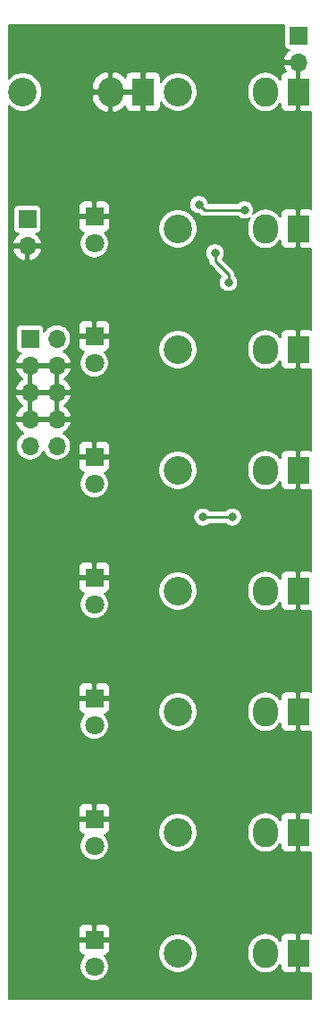
<source format=gbl>
G04 #@! TF.GenerationSoftware,KiCad,Pcbnew,(5.1.7)-1*
G04 #@! TF.CreationDate,2021-01-31T04:24:23+01:00*
G04 #@! TF.ProjectId,clockdiv,636c6f63-6b64-4697-962e-6b696361645f,rev?*
G04 #@! TF.SameCoordinates,Original*
G04 #@! TF.FileFunction,Copper,L2,Bot*
G04 #@! TF.FilePolarity,Positive*
%FSLAX46Y46*%
G04 Gerber Fmt 4.6, Leading zero omitted, Abs format (unit mm)*
G04 Created by KiCad (PCBNEW (5.1.7)-1) date 2021-01-31 04:24:23*
%MOMM*%
%LPD*%
G01*
G04 APERTURE LIST*
G04 #@! TA.AperFunction,ComponentPad*
%ADD10O,2.350000X2.800000*%
G04 #@! TD*
G04 #@! TA.AperFunction,ComponentPad*
%ADD11R,2.150000X2.600000*%
G04 #@! TD*
G04 #@! TA.AperFunction,ComponentPad*
%ADD12C,2.700000*%
G04 #@! TD*
G04 #@! TA.AperFunction,ComponentPad*
%ADD13O,1.700000X1.700000*%
G04 #@! TD*
G04 #@! TA.AperFunction,ComponentPad*
%ADD14R,1.700000X1.700000*%
G04 #@! TD*
G04 #@! TA.AperFunction,ComponentPad*
%ADD15C,1.800000*%
G04 #@! TD*
G04 #@! TA.AperFunction,ComponentPad*
%ADD16R,1.800000X1.800000*%
G04 #@! TD*
G04 #@! TA.AperFunction,ViaPad*
%ADD17C,0.800000*%
G04 #@! TD*
G04 #@! TA.AperFunction,Conductor*
%ADD18C,0.250000*%
G04 #@! TD*
G04 #@! TA.AperFunction,Conductor*
%ADD19C,0.200000*%
G04 #@! TD*
G04 #@! TA.AperFunction,Conductor*
%ADD20C,0.100000*%
G04 #@! TD*
G04 APERTURE END LIST*
D10*
G04 #@! TO.P,J2,TN*
G04 #@! TO.N,GNDREF*
X117856000Y-83058000D03*
D11*
G04 #@! TO.P,J2,S*
X120956000Y-83058000D03*
D12*
G04 #@! TO.P,J2,T*
G04 #@! TO.N,Net-(D2-Pad2)*
X109556000Y-83058000D03*
G04 #@! TD*
D13*
G04 #@! TO.P,J10,2*
G04 #@! TO.N,GNDREF*
X135636000Y-80264000D03*
D14*
G04 #@! TO.P,J10,1*
G04 #@! TO.N,Net-(J1-PadTN)*
X135636000Y-77724000D03*
G04 #@! TD*
D13*
G04 #@! TO.P,J3,2*
G04 #@! TO.N,GNDREF*
X109982000Y-97663000D03*
D14*
G04 #@! TO.P,J3,1*
G04 #@! TO.N,Net-(D3-Pad2)*
X109982000Y-95123000D03*
G04 #@! TD*
D10*
G04 #@! TO.P,J12,TN*
G04 #@! TO.N,Net-(J12-PadTN)*
X132536000Y-164592000D03*
D11*
G04 #@! TO.P,J12,S*
G04 #@! TO.N,GNDREF*
X135636000Y-164592000D03*
D12*
G04 #@! TO.P,J12,T*
G04 #@! TO.N,Net-(J12-PadT)*
X124236000Y-164592000D03*
G04 #@! TD*
D15*
G04 #@! TO.P,D6,2*
G04 #@! TO.N,Net-(D6-Pad2)*
X116332000Y-165862000D03*
D16*
G04 #@! TO.P,D6,1*
G04 #@! TO.N,GNDREF*
X116332000Y-163322000D03*
G04 #@! TD*
D13*
G04 #@! TO.P,J11,10*
G04 #@! TO.N,Net-(J11-Pad10)*
X112776000Y-116586000D03*
G04 #@! TO.P,J11,9*
X110236000Y-116586000D03*
G04 #@! TO.P,J11,8*
G04 #@! TO.N,GNDREF*
X112776000Y-114046000D03*
G04 #@! TO.P,J11,7*
X110236000Y-114046000D03*
G04 #@! TO.P,J11,6*
X112776000Y-111506000D03*
G04 #@! TO.P,J11,5*
X110236000Y-111506000D03*
G04 #@! TO.P,J11,4*
X112776000Y-108966000D03*
G04 #@! TO.P,J11,3*
X110236000Y-108966000D03*
G04 #@! TO.P,J11,2*
G04 #@! TO.N,Net-(D5-Pad2)*
X112776000Y-106426000D03*
D14*
G04 #@! TO.P,J11,1*
X110236000Y-106426000D03*
G04 #@! TD*
D15*
G04 #@! TO.P,D12,2*
G04 #@! TO.N,Net-(D12-Pad2)*
X116332000Y-154432000D03*
D16*
G04 #@! TO.P,D12,1*
G04 #@! TO.N,GNDREF*
X116332000Y-151892000D03*
G04 #@! TD*
D15*
G04 #@! TO.P,D11,2*
G04 #@! TO.N,Net-(D11-Pad2)*
X116332000Y-143002000D03*
D16*
G04 #@! TO.P,D11,1*
G04 #@! TO.N,GNDREF*
X116332000Y-140462000D03*
G04 #@! TD*
D15*
G04 #@! TO.P,D10,2*
G04 #@! TO.N,Net-(D10-Pad2)*
X116332000Y-131572000D03*
D16*
G04 #@! TO.P,D10,1*
G04 #@! TO.N,GNDREF*
X116332000Y-129032000D03*
G04 #@! TD*
D15*
G04 #@! TO.P,D9,2*
G04 #@! TO.N,Net-(D9-Pad2)*
X116332000Y-108712000D03*
D16*
G04 #@! TO.P,D9,1*
G04 #@! TO.N,GNDREF*
X116332000Y-106172000D03*
G04 #@! TD*
D15*
G04 #@! TO.P,D8,2*
G04 #@! TO.N,Net-(D8-Pad2)*
X116332000Y-120142000D03*
D16*
G04 #@! TO.P,D8,1*
G04 #@! TO.N,GNDREF*
X116332000Y-117602000D03*
G04 #@! TD*
D15*
G04 #@! TO.P,D7,2*
G04 #@! TO.N,Net-(D7-Pad2)*
X116332000Y-97409000D03*
D16*
G04 #@! TO.P,D7,1*
G04 #@! TO.N,GNDREF*
X116332000Y-94869000D03*
G04 #@! TD*
D10*
G04 #@! TO.P,J9,TN*
G04 #@! TO.N,Net-(J9-PadTN)*
X132536000Y-153162000D03*
D11*
G04 #@! TO.P,J9,S*
G04 #@! TO.N,GNDREF*
X135636000Y-153162000D03*
D12*
G04 #@! TO.P,J9,T*
G04 #@! TO.N,Net-(J9-PadT)*
X124236000Y-153162000D03*
G04 #@! TD*
D10*
G04 #@! TO.P,J8,TN*
G04 #@! TO.N,Net-(J8-PadTN)*
X132536000Y-141732000D03*
D11*
G04 #@! TO.P,J8,S*
G04 #@! TO.N,GNDREF*
X135636000Y-141732000D03*
D12*
G04 #@! TO.P,J8,T*
G04 #@! TO.N,Net-(J8-PadT)*
X124236000Y-141732000D03*
G04 #@! TD*
D10*
G04 #@! TO.P,J7,TN*
G04 #@! TO.N,Net-(J7-PadTN)*
X132536000Y-130302000D03*
D11*
G04 #@! TO.P,J7,S*
G04 #@! TO.N,GNDREF*
X135636000Y-130302000D03*
D12*
G04 #@! TO.P,J7,T*
G04 #@! TO.N,Net-(J7-PadT)*
X124236000Y-130302000D03*
G04 #@! TD*
D10*
G04 #@! TO.P,J6,TN*
G04 #@! TO.N,Net-(J6-PadTN)*
X132536000Y-107442000D03*
D11*
G04 #@! TO.P,J6,S*
G04 #@! TO.N,GNDREF*
X135636000Y-107442000D03*
D12*
G04 #@! TO.P,J6,T*
G04 #@! TO.N,Net-(J6-PadT)*
X124236000Y-107442000D03*
G04 #@! TD*
D10*
G04 #@! TO.P,J5,TN*
G04 #@! TO.N,Net-(J5-PadTN)*
X132536000Y-118872000D03*
D11*
G04 #@! TO.P,J5,S*
G04 #@! TO.N,GNDREF*
X135636000Y-118872000D03*
D12*
G04 #@! TO.P,J5,T*
G04 #@! TO.N,Net-(J5-PadT)*
X124236000Y-118872000D03*
G04 #@! TD*
D10*
G04 #@! TO.P,J4,TN*
G04 #@! TO.N,Net-(J4-PadTN)*
X132536000Y-96012000D03*
D11*
G04 #@! TO.P,J4,S*
G04 #@! TO.N,GNDREF*
X135636000Y-96012000D03*
D12*
G04 #@! TO.P,J4,T*
G04 #@! TO.N,Net-(J4-PadT)*
X124236000Y-96012000D03*
G04 #@! TD*
D10*
G04 #@! TO.P,J1,TN*
G04 #@! TO.N,Net-(J1-PadTN)*
X132536000Y-83058000D03*
D11*
G04 #@! TO.P,J1,S*
G04 #@! TO.N,GNDREF*
X135636000Y-83058000D03*
D12*
G04 #@! TO.P,J1,T*
G04 #@! TO.N,Net-(D1-Pad2)*
X124236000Y-83058000D03*
G04 #@! TD*
D17*
G04 #@! TO.N,GNDREF*
X116332000Y-114554000D03*
X116332000Y-112268000D03*
X131572000Y-90170000D03*
X132842000Y-91948000D03*
X131572000Y-93726000D03*
X110744000Y-86106000D03*
X129540000Y-82296000D03*
X115570000Y-133858000D03*
X114046000Y-136144000D03*
X113538000Y-132080000D03*
X110490000Y-122682000D03*
X112522000Y-119634000D03*
X117348000Y-101346000D03*
X133604000Y-159004000D03*
X112014000Y-88138000D03*
X116840000Y-86360000D03*
G04 #@! TO.N,/divider/OUT4*
X126619000Y-123317000D03*
X129413000Y-123317000D03*
G04 #@! TO.N,/divider/OUT6*
X127762000Y-98298000D03*
X129032000Y-101092000D03*
G04 #@! TO.N,/divider/OUT7*
X126238000Y-93726000D03*
X130556000Y-94234000D03*
G04 #@! TD*
D18*
G04 #@! TO.N,/divider/OUT4*
X126619000Y-123317000D02*
X129413000Y-123317000D01*
X129413000Y-123317000D02*
X129413000Y-123317000D01*
G04 #@! TO.N,/divider/OUT6*
X127762000Y-98298000D02*
X127762000Y-98552000D01*
X127762000Y-99060000D02*
X129032000Y-100330000D01*
X127762000Y-99060000D02*
X127762000Y-98298000D01*
X129032000Y-100330000D02*
X129032000Y-101092000D01*
G04 #@! TO.N,/divider/OUT7*
X126238000Y-93726000D02*
X126746000Y-94234000D01*
X126746000Y-94234000D02*
X130556000Y-94234000D01*
G04 #@! TD*
D19*
G04 #@! TO.N,GNDREF*
X134293235Y-76775983D02*
X134283581Y-76874000D01*
X134283581Y-78574000D01*
X134293235Y-78672017D01*
X134321825Y-78766267D01*
X134368254Y-78853129D01*
X134430736Y-78929264D01*
X134506871Y-78991746D01*
X134593733Y-79038175D01*
X134687983Y-79066765D01*
X134786000Y-79076419D01*
X134798233Y-79076419D01*
X134747148Y-79108264D01*
X134538754Y-79303878D01*
X134372527Y-79536389D01*
X134254854Y-79796861D01*
X134228097Y-79885090D01*
X134339111Y-80110000D01*
X135482000Y-80110000D01*
X135482000Y-80090000D01*
X135790000Y-80090000D01*
X135790000Y-80110000D01*
X135810000Y-80110000D01*
X135810000Y-80418000D01*
X135790000Y-80418000D01*
X135790000Y-82904000D01*
X135810000Y-82904000D01*
X135810000Y-83212000D01*
X135790000Y-83212000D01*
X135790000Y-84814000D01*
X135942000Y-84966000D01*
X136711000Y-84968942D01*
X136830189Y-84957203D01*
X136889001Y-84939363D01*
X136889001Y-94130637D01*
X136830189Y-94112797D01*
X136711000Y-94101058D01*
X135942000Y-94104000D01*
X135790000Y-94256000D01*
X135790000Y-95858000D01*
X135810000Y-95858000D01*
X135810000Y-96166000D01*
X135790000Y-96166000D01*
X135790000Y-97768000D01*
X135942000Y-97920000D01*
X136711000Y-97922942D01*
X136830189Y-97911203D01*
X136889001Y-97893363D01*
X136889001Y-105560637D01*
X136830189Y-105542797D01*
X136711000Y-105531058D01*
X135942000Y-105534000D01*
X135790000Y-105686000D01*
X135790000Y-107288000D01*
X135810000Y-107288000D01*
X135810000Y-107596000D01*
X135790000Y-107596000D01*
X135790000Y-109198000D01*
X135942000Y-109350000D01*
X136711000Y-109352942D01*
X136830189Y-109341203D01*
X136889001Y-109323363D01*
X136889001Y-116990637D01*
X136830189Y-116972797D01*
X136711000Y-116961058D01*
X135942000Y-116964000D01*
X135790000Y-117116000D01*
X135790000Y-118718000D01*
X135810000Y-118718000D01*
X135810000Y-119026000D01*
X135790000Y-119026000D01*
X135790000Y-120628000D01*
X135942000Y-120780000D01*
X136711000Y-120782942D01*
X136830189Y-120771203D01*
X136889001Y-120753363D01*
X136889000Y-128420637D01*
X136830189Y-128402797D01*
X136711000Y-128391058D01*
X135942000Y-128394000D01*
X135790000Y-128546000D01*
X135790000Y-130148000D01*
X135810000Y-130148000D01*
X135810000Y-130456000D01*
X135790000Y-130456000D01*
X135790000Y-132058000D01*
X135942000Y-132210000D01*
X136711000Y-132212942D01*
X136830189Y-132201203D01*
X136889000Y-132183363D01*
X136889000Y-139850637D01*
X136830189Y-139832797D01*
X136711000Y-139821058D01*
X135942000Y-139824000D01*
X135790000Y-139976000D01*
X135790000Y-141578000D01*
X135810000Y-141578000D01*
X135810000Y-141886000D01*
X135790000Y-141886000D01*
X135790000Y-143488000D01*
X135942000Y-143640000D01*
X136711000Y-143642942D01*
X136830189Y-143631203D01*
X136889000Y-143613363D01*
X136889000Y-151280637D01*
X136830189Y-151262797D01*
X136711000Y-151251058D01*
X135942000Y-151254000D01*
X135790000Y-151406000D01*
X135790000Y-153008000D01*
X135810000Y-153008000D01*
X135810000Y-153316000D01*
X135790000Y-153316000D01*
X135790000Y-154918000D01*
X135942000Y-155070000D01*
X136711000Y-155072942D01*
X136830189Y-155061203D01*
X136889000Y-155043363D01*
X136889000Y-162710637D01*
X136830189Y-162692797D01*
X136711000Y-162681058D01*
X135942000Y-162684000D01*
X135790000Y-162836000D01*
X135790000Y-164438000D01*
X135810000Y-164438000D01*
X135810000Y-164746000D01*
X135790000Y-164746000D01*
X135790000Y-166348000D01*
X135942000Y-166500000D01*
X136711000Y-166502942D01*
X136830189Y-166491203D01*
X136889000Y-166473363D01*
X136889000Y-168893000D01*
X108221000Y-168893000D01*
X108221000Y-164222000D01*
X114821058Y-164222000D01*
X114832797Y-164341189D01*
X114867563Y-164455797D01*
X114924020Y-164561421D01*
X114999999Y-164654001D01*
X115092579Y-164729980D01*
X115198203Y-164786437D01*
X115312811Y-164821203D01*
X115385717Y-164828384D01*
X115244549Y-164969552D01*
X115091336Y-165198851D01*
X114985801Y-165453635D01*
X114932000Y-165724112D01*
X114932000Y-165999888D01*
X114985801Y-166270365D01*
X115091336Y-166525149D01*
X115244549Y-166754448D01*
X115439552Y-166949451D01*
X115668851Y-167102664D01*
X115923635Y-167208199D01*
X116194112Y-167262000D01*
X116469888Y-167262000D01*
X116740365Y-167208199D01*
X116995149Y-167102664D01*
X117224448Y-166949451D01*
X117419451Y-166754448D01*
X117572664Y-166525149D01*
X117678199Y-166270365D01*
X117732000Y-165999888D01*
X117732000Y-165724112D01*
X117678199Y-165453635D01*
X117572664Y-165198851D01*
X117419451Y-164969552D01*
X117278283Y-164828384D01*
X117351189Y-164821203D01*
X117465797Y-164786437D01*
X117571421Y-164729980D01*
X117664001Y-164654001D01*
X117739980Y-164561421D01*
X117796437Y-164455797D01*
X117810392Y-164409791D01*
X122386000Y-164409791D01*
X122386000Y-164774209D01*
X122457095Y-165131625D01*
X122596552Y-165468303D01*
X122799011Y-165771306D01*
X123056694Y-166028989D01*
X123359697Y-166231448D01*
X123696375Y-166370905D01*
X124053791Y-166442000D01*
X124418209Y-166442000D01*
X124775625Y-166370905D01*
X125112303Y-166231448D01*
X125415306Y-166028989D01*
X125672989Y-165771306D01*
X125875448Y-165468303D01*
X126014905Y-165131625D01*
X126086000Y-164774209D01*
X126086000Y-164409791D01*
X126061122Y-164284718D01*
X130861000Y-164284718D01*
X130861000Y-164899281D01*
X130885236Y-165145356D01*
X130981015Y-165461095D01*
X131136550Y-165752081D01*
X131345866Y-166007134D01*
X131600918Y-166216450D01*
X131891904Y-166371985D01*
X132207643Y-166467764D01*
X132536000Y-166500104D01*
X132864356Y-166467764D01*
X133180095Y-166371985D01*
X133471081Y-166216450D01*
X133726134Y-166007134D01*
X133935450Y-165752082D01*
X133950556Y-165723821D01*
X133950058Y-165892000D01*
X133961797Y-166011189D01*
X133996563Y-166125797D01*
X134053020Y-166231421D01*
X134128999Y-166324001D01*
X134221579Y-166399980D01*
X134327203Y-166456437D01*
X134441811Y-166491203D01*
X134561000Y-166502942D01*
X135330000Y-166500000D01*
X135482000Y-166348000D01*
X135482000Y-164746000D01*
X135462000Y-164746000D01*
X135462000Y-164438000D01*
X135482000Y-164438000D01*
X135482000Y-162836000D01*
X135330000Y-162684000D01*
X134561000Y-162681058D01*
X134441811Y-162692797D01*
X134327203Y-162727563D01*
X134221579Y-162784020D01*
X134128999Y-162859999D01*
X134053020Y-162952579D01*
X133996563Y-163058203D01*
X133961797Y-163172811D01*
X133950058Y-163292000D01*
X133950556Y-163460179D01*
X133935450Y-163431918D01*
X133726134Y-163176866D01*
X133471082Y-162967550D01*
X133180096Y-162812015D01*
X132864357Y-162716236D01*
X132536000Y-162683896D01*
X132207644Y-162716236D01*
X131891905Y-162812015D01*
X131600919Y-162967550D01*
X131345866Y-163176866D01*
X131136550Y-163431918D01*
X130981015Y-163722904D01*
X130885236Y-164038643D01*
X130861000Y-164284718D01*
X126061122Y-164284718D01*
X126014905Y-164052375D01*
X125875448Y-163715697D01*
X125672989Y-163412694D01*
X125415306Y-163155011D01*
X125112303Y-162952552D01*
X124775625Y-162813095D01*
X124418209Y-162742000D01*
X124053791Y-162742000D01*
X123696375Y-162813095D01*
X123359697Y-162952552D01*
X123056694Y-163155011D01*
X122799011Y-163412694D01*
X122596552Y-163715697D01*
X122457095Y-164052375D01*
X122386000Y-164409791D01*
X117810392Y-164409791D01*
X117831203Y-164341189D01*
X117842942Y-164222000D01*
X117840000Y-163628000D01*
X117688000Y-163476000D01*
X116486000Y-163476000D01*
X116486000Y-163496000D01*
X116178000Y-163496000D01*
X116178000Y-163476000D01*
X114976000Y-163476000D01*
X114824000Y-163628000D01*
X114821058Y-164222000D01*
X108221000Y-164222000D01*
X108221000Y-162422000D01*
X114821058Y-162422000D01*
X114824000Y-163016000D01*
X114976000Y-163168000D01*
X116178000Y-163168000D01*
X116178000Y-161966000D01*
X116486000Y-161966000D01*
X116486000Y-163168000D01*
X117688000Y-163168000D01*
X117840000Y-163016000D01*
X117842942Y-162422000D01*
X117831203Y-162302811D01*
X117796437Y-162188203D01*
X117739980Y-162082579D01*
X117664001Y-161989999D01*
X117571421Y-161914020D01*
X117465797Y-161857563D01*
X117351189Y-161822797D01*
X117232000Y-161811058D01*
X116638000Y-161814000D01*
X116486000Y-161966000D01*
X116178000Y-161966000D01*
X116026000Y-161814000D01*
X115432000Y-161811058D01*
X115312811Y-161822797D01*
X115198203Y-161857563D01*
X115092579Y-161914020D01*
X114999999Y-161989999D01*
X114924020Y-162082579D01*
X114867563Y-162188203D01*
X114832797Y-162302811D01*
X114821058Y-162422000D01*
X108221000Y-162422000D01*
X108221000Y-152792000D01*
X114821058Y-152792000D01*
X114832797Y-152911189D01*
X114867563Y-153025797D01*
X114924020Y-153131421D01*
X114999999Y-153224001D01*
X115092579Y-153299980D01*
X115198203Y-153356437D01*
X115312811Y-153391203D01*
X115385717Y-153398384D01*
X115244549Y-153539552D01*
X115091336Y-153768851D01*
X114985801Y-154023635D01*
X114932000Y-154294112D01*
X114932000Y-154569888D01*
X114985801Y-154840365D01*
X115091336Y-155095149D01*
X115244549Y-155324448D01*
X115439552Y-155519451D01*
X115668851Y-155672664D01*
X115923635Y-155778199D01*
X116194112Y-155832000D01*
X116469888Y-155832000D01*
X116740365Y-155778199D01*
X116995149Y-155672664D01*
X117224448Y-155519451D01*
X117419451Y-155324448D01*
X117572664Y-155095149D01*
X117678199Y-154840365D01*
X117732000Y-154569888D01*
X117732000Y-154294112D01*
X117678199Y-154023635D01*
X117572664Y-153768851D01*
X117419451Y-153539552D01*
X117278283Y-153398384D01*
X117351189Y-153391203D01*
X117465797Y-153356437D01*
X117571421Y-153299980D01*
X117664001Y-153224001D01*
X117739980Y-153131421D01*
X117796437Y-153025797D01*
X117810392Y-152979791D01*
X122386000Y-152979791D01*
X122386000Y-153344209D01*
X122457095Y-153701625D01*
X122596552Y-154038303D01*
X122799011Y-154341306D01*
X123056694Y-154598989D01*
X123359697Y-154801448D01*
X123696375Y-154940905D01*
X124053791Y-155012000D01*
X124418209Y-155012000D01*
X124775625Y-154940905D01*
X125112303Y-154801448D01*
X125415306Y-154598989D01*
X125672989Y-154341306D01*
X125875448Y-154038303D01*
X126014905Y-153701625D01*
X126086000Y-153344209D01*
X126086000Y-152979791D01*
X126061122Y-152854718D01*
X130861000Y-152854718D01*
X130861000Y-153469281D01*
X130885236Y-153715356D01*
X130981015Y-154031095D01*
X131136550Y-154322081D01*
X131345866Y-154577134D01*
X131600918Y-154786450D01*
X131891904Y-154941985D01*
X132207643Y-155037764D01*
X132536000Y-155070104D01*
X132864356Y-155037764D01*
X133180095Y-154941985D01*
X133471081Y-154786450D01*
X133726134Y-154577134D01*
X133935450Y-154322082D01*
X133950556Y-154293821D01*
X133950058Y-154462000D01*
X133961797Y-154581189D01*
X133996563Y-154695797D01*
X134053020Y-154801421D01*
X134128999Y-154894001D01*
X134221579Y-154969980D01*
X134327203Y-155026437D01*
X134441811Y-155061203D01*
X134561000Y-155072942D01*
X135330000Y-155070000D01*
X135482000Y-154918000D01*
X135482000Y-153316000D01*
X135462000Y-153316000D01*
X135462000Y-153008000D01*
X135482000Y-153008000D01*
X135482000Y-151406000D01*
X135330000Y-151254000D01*
X134561000Y-151251058D01*
X134441811Y-151262797D01*
X134327203Y-151297563D01*
X134221579Y-151354020D01*
X134128999Y-151429999D01*
X134053020Y-151522579D01*
X133996563Y-151628203D01*
X133961797Y-151742811D01*
X133950058Y-151862000D01*
X133950556Y-152030179D01*
X133935450Y-152001918D01*
X133726134Y-151746866D01*
X133471082Y-151537550D01*
X133180096Y-151382015D01*
X132864357Y-151286236D01*
X132536000Y-151253896D01*
X132207644Y-151286236D01*
X131891905Y-151382015D01*
X131600919Y-151537550D01*
X131345866Y-151746866D01*
X131136550Y-152001918D01*
X130981015Y-152292904D01*
X130885236Y-152608643D01*
X130861000Y-152854718D01*
X126061122Y-152854718D01*
X126014905Y-152622375D01*
X125875448Y-152285697D01*
X125672989Y-151982694D01*
X125415306Y-151725011D01*
X125112303Y-151522552D01*
X124775625Y-151383095D01*
X124418209Y-151312000D01*
X124053791Y-151312000D01*
X123696375Y-151383095D01*
X123359697Y-151522552D01*
X123056694Y-151725011D01*
X122799011Y-151982694D01*
X122596552Y-152285697D01*
X122457095Y-152622375D01*
X122386000Y-152979791D01*
X117810392Y-152979791D01*
X117831203Y-152911189D01*
X117842942Y-152792000D01*
X117840000Y-152198000D01*
X117688000Y-152046000D01*
X116486000Y-152046000D01*
X116486000Y-152066000D01*
X116178000Y-152066000D01*
X116178000Y-152046000D01*
X114976000Y-152046000D01*
X114824000Y-152198000D01*
X114821058Y-152792000D01*
X108221000Y-152792000D01*
X108221000Y-150992000D01*
X114821058Y-150992000D01*
X114824000Y-151586000D01*
X114976000Y-151738000D01*
X116178000Y-151738000D01*
X116178000Y-150536000D01*
X116486000Y-150536000D01*
X116486000Y-151738000D01*
X117688000Y-151738000D01*
X117840000Y-151586000D01*
X117842942Y-150992000D01*
X117831203Y-150872811D01*
X117796437Y-150758203D01*
X117739980Y-150652579D01*
X117664001Y-150559999D01*
X117571421Y-150484020D01*
X117465797Y-150427563D01*
X117351189Y-150392797D01*
X117232000Y-150381058D01*
X116638000Y-150384000D01*
X116486000Y-150536000D01*
X116178000Y-150536000D01*
X116026000Y-150384000D01*
X115432000Y-150381058D01*
X115312811Y-150392797D01*
X115198203Y-150427563D01*
X115092579Y-150484020D01*
X114999999Y-150559999D01*
X114924020Y-150652579D01*
X114867563Y-150758203D01*
X114832797Y-150872811D01*
X114821058Y-150992000D01*
X108221000Y-150992000D01*
X108221000Y-141362000D01*
X114821058Y-141362000D01*
X114832797Y-141481189D01*
X114867563Y-141595797D01*
X114924020Y-141701421D01*
X114999999Y-141794001D01*
X115092579Y-141869980D01*
X115198203Y-141926437D01*
X115312811Y-141961203D01*
X115385717Y-141968384D01*
X115244549Y-142109552D01*
X115091336Y-142338851D01*
X114985801Y-142593635D01*
X114932000Y-142864112D01*
X114932000Y-143139888D01*
X114985801Y-143410365D01*
X115091336Y-143665149D01*
X115244549Y-143894448D01*
X115439552Y-144089451D01*
X115668851Y-144242664D01*
X115923635Y-144348199D01*
X116194112Y-144402000D01*
X116469888Y-144402000D01*
X116740365Y-144348199D01*
X116995149Y-144242664D01*
X117224448Y-144089451D01*
X117419451Y-143894448D01*
X117572664Y-143665149D01*
X117678199Y-143410365D01*
X117732000Y-143139888D01*
X117732000Y-142864112D01*
X117678199Y-142593635D01*
X117572664Y-142338851D01*
X117419451Y-142109552D01*
X117278283Y-141968384D01*
X117351189Y-141961203D01*
X117465797Y-141926437D01*
X117571421Y-141869980D01*
X117664001Y-141794001D01*
X117739980Y-141701421D01*
X117796437Y-141595797D01*
X117810392Y-141549791D01*
X122386000Y-141549791D01*
X122386000Y-141914209D01*
X122457095Y-142271625D01*
X122596552Y-142608303D01*
X122799011Y-142911306D01*
X123056694Y-143168989D01*
X123359697Y-143371448D01*
X123696375Y-143510905D01*
X124053791Y-143582000D01*
X124418209Y-143582000D01*
X124775625Y-143510905D01*
X125112303Y-143371448D01*
X125415306Y-143168989D01*
X125672989Y-142911306D01*
X125875448Y-142608303D01*
X126014905Y-142271625D01*
X126086000Y-141914209D01*
X126086000Y-141549791D01*
X126061122Y-141424718D01*
X130861000Y-141424718D01*
X130861000Y-142039281D01*
X130885236Y-142285356D01*
X130981015Y-142601095D01*
X131136550Y-142892081D01*
X131345866Y-143147134D01*
X131600918Y-143356450D01*
X131891904Y-143511985D01*
X132207643Y-143607764D01*
X132536000Y-143640104D01*
X132864356Y-143607764D01*
X133180095Y-143511985D01*
X133471081Y-143356450D01*
X133726134Y-143147134D01*
X133935450Y-142892082D01*
X133950556Y-142863821D01*
X133950058Y-143032000D01*
X133961797Y-143151189D01*
X133996563Y-143265797D01*
X134053020Y-143371421D01*
X134128999Y-143464001D01*
X134221579Y-143539980D01*
X134327203Y-143596437D01*
X134441811Y-143631203D01*
X134561000Y-143642942D01*
X135330000Y-143640000D01*
X135482000Y-143488000D01*
X135482000Y-141886000D01*
X135462000Y-141886000D01*
X135462000Y-141578000D01*
X135482000Y-141578000D01*
X135482000Y-139976000D01*
X135330000Y-139824000D01*
X134561000Y-139821058D01*
X134441811Y-139832797D01*
X134327203Y-139867563D01*
X134221579Y-139924020D01*
X134128999Y-139999999D01*
X134053020Y-140092579D01*
X133996563Y-140198203D01*
X133961797Y-140312811D01*
X133950058Y-140432000D01*
X133950556Y-140600179D01*
X133935450Y-140571918D01*
X133726134Y-140316866D01*
X133471082Y-140107550D01*
X133180096Y-139952015D01*
X132864357Y-139856236D01*
X132536000Y-139823896D01*
X132207644Y-139856236D01*
X131891905Y-139952015D01*
X131600919Y-140107550D01*
X131345866Y-140316866D01*
X131136550Y-140571918D01*
X130981015Y-140862904D01*
X130885236Y-141178643D01*
X130861000Y-141424718D01*
X126061122Y-141424718D01*
X126014905Y-141192375D01*
X125875448Y-140855697D01*
X125672989Y-140552694D01*
X125415306Y-140295011D01*
X125112303Y-140092552D01*
X124775625Y-139953095D01*
X124418209Y-139882000D01*
X124053791Y-139882000D01*
X123696375Y-139953095D01*
X123359697Y-140092552D01*
X123056694Y-140295011D01*
X122799011Y-140552694D01*
X122596552Y-140855697D01*
X122457095Y-141192375D01*
X122386000Y-141549791D01*
X117810392Y-141549791D01*
X117831203Y-141481189D01*
X117842942Y-141362000D01*
X117840000Y-140768000D01*
X117688000Y-140616000D01*
X116486000Y-140616000D01*
X116486000Y-140636000D01*
X116178000Y-140636000D01*
X116178000Y-140616000D01*
X114976000Y-140616000D01*
X114824000Y-140768000D01*
X114821058Y-141362000D01*
X108221000Y-141362000D01*
X108221000Y-139562000D01*
X114821058Y-139562000D01*
X114824000Y-140156000D01*
X114976000Y-140308000D01*
X116178000Y-140308000D01*
X116178000Y-139106000D01*
X116486000Y-139106000D01*
X116486000Y-140308000D01*
X117688000Y-140308000D01*
X117840000Y-140156000D01*
X117842942Y-139562000D01*
X117831203Y-139442811D01*
X117796437Y-139328203D01*
X117739980Y-139222579D01*
X117664001Y-139129999D01*
X117571421Y-139054020D01*
X117465797Y-138997563D01*
X117351189Y-138962797D01*
X117232000Y-138951058D01*
X116638000Y-138954000D01*
X116486000Y-139106000D01*
X116178000Y-139106000D01*
X116026000Y-138954000D01*
X115432000Y-138951058D01*
X115312811Y-138962797D01*
X115198203Y-138997563D01*
X115092579Y-139054020D01*
X114999999Y-139129999D01*
X114924020Y-139222579D01*
X114867563Y-139328203D01*
X114832797Y-139442811D01*
X114821058Y-139562000D01*
X108221000Y-139562000D01*
X108221000Y-129932000D01*
X114821058Y-129932000D01*
X114832797Y-130051189D01*
X114867563Y-130165797D01*
X114924020Y-130271421D01*
X114999999Y-130364001D01*
X115092579Y-130439980D01*
X115198203Y-130496437D01*
X115312811Y-130531203D01*
X115385717Y-130538384D01*
X115244549Y-130679552D01*
X115091336Y-130908851D01*
X114985801Y-131163635D01*
X114932000Y-131434112D01*
X114932000Y-131709888D01*
X114985801Y-131980365D01*
X115091336Y-132235149D01*
X115244549Y-132464448D01*
X115439552Y-132659451D01*
X115668851Y-132812664D01*
X115923635Y-132918199D01*
X116194112Y-132972000D01*
X116469888Y-132972000D01*
X116740365Y-132918199D01*
X116995149Y-132812664D01*
X117224448Y-132659451D01*
X117419451Y-132464448D01*
X117572664Y-132235149D01*
X117678199Y-131980365D01*
X117732000Y-131709888D01*
X117732000Y-131434112D01*
X117678199Y-131163635D01*
X117572664Y-130908851D01*
X117419451Y-130679552D01*
X117278283Y-130538384D01*
X117351189Y-130531203D01*
X117465797Y-130496437D01*
X117571421Y-130439980D01*
X117664001Y-130364001D01*
X117739980Y-130271421D01*
X117796437Y-130165797D01*
X117810392Y-130119791D01*
X122386000Y-130119791D01*
X122386000Y-130484209D01*
X122457095Y-130841625D01*
X122596552Y-131178303D01*
X122799011Y-131481306D01*
X123056694Y-131738989D01*
X123359697Y-131941448D01*
X123696375Y-132080905D01*
X124053791Y-132152000D01*
X124418209Y-132152000D01*
X124775625Y-132080905D01*
X125112303Y-131941448D01*
X125415306Y-131738989D01*
X125672989Y-131481306D01*
X125875448Y-131178303D01*
X126014905Y-130841625D01*
X126086000Y-130484209D01*
X126086000Y-130119791D01*
X126061122Y-129994718D01*
X130861000Y-129994718D01*
X130861000Y-130609281D01*
X130885236Y-130855356D01*
X130981015Y-131171095D01*
X131136550Y-131462081D01*
X131345866Y-131717134D01*
X131600918Y-131926450D01*
X131891904Y-132081985D01*
X132207643Y-132177764D01*
X132536000Y-132210104D01*
X132864356Y-132177764D01*
X133180095Y-132081985D01*
X133471081Y-131926450D01*
X133726134Y-131717134D01*
X133935450Y-131462082D01*
X133950556Y-131433821D01*
X133950058Y-131602000D01*
X133961797Y-131721189D01*
X133996563Y-131835797D01*
X134053020Y-131941421D01*
X134128999Y-132034001D01*
X134221579Y-132109980D01*
X134327203Y-132166437D01*
X134441811Y-132201203D01*
X134561000Y-132212942D01*
X135330000Y-132210000D01*
X135482000Y-132058000D01*
X135482000Y-130456000D01*
X135462000Y-130456000D01*
X135462000Y-130148000D01*
X135482000Y-130148000D01*
X135482000Y-128546000D01*
X135330000Y-128394000D01*
X134561000Y-128391058D01*
X134441811Y-128402797D01*
X134327203Y-128437563D01*
X134221579Y-128494020D01*
X134128999Y-128569999D01*
X134053020Y-128662579D01*
X133996563Y-128768203D01*
X133961797Y-128882811D01*
X133950058Y-129002000D01*
X133950556Y-129170179D01*
X133935450Y-129141918D01*
X133726134Y-128886866D01*
X133471082Y-128677550D01*
X133180096Y-128522015D01*
X132864357Y-128426236D01*
X132536000Y-128393896D01*
X132207644Y-128426236D01*
X131891905Y-128522015D01*
X131600919Y-128677550D01*
X131345866Y-128886866D01*
X131136550Y-129141918D01*
X130981015Y-129432904D01*
X130885236Y-129748643D01*
X130861000Y-129994718D01*
X126061122Y-129994718D01*
X126014905Y-129762375D01*
X125875448Y-129425697D01*
X125672989Y-129122694D01*
X125415306Y-128865011D01*
X125112303Y-128662552D01*
X124775625Y-128523095D01*
X124418209Y-128452000D01*
X124053791Y-128452000D01*
X123696375Y-128523095D01*
X123359697Y-128662552D01*
X123056694Y-128865011D01*
X122799011Y-129122694D01*
X122596552Y-129425697D01*
X122457095Y-129762375D01*
X122386000Y-130119791D01*
X117810392Y-130119791D01*
X117831203Y-130051189D01*
X117842942Y-129932000D01*
X117840000Y-129338000D01*
X117688000Y-129186000D01*
X116486000Y-129186000D01*
X116486000Y-129206000D01*
X116178000Y-129206000D01*
X116178000Y-129186000D01*
X114976000Y-129186000D01*
X114824000Y-129338000D01*
X114821058Y-129932000D01*
X108221000Y-129932000D01*
X108221000Y-128132000D01*
X114821058Y-128132000D01*
X114824000Y-128726000D01*
X114976000Y-128878000D01*
X116178000Y-128878000D01*
X116178000Y-127676000D01*
X116486000Y-127676000D01*
X116486000Y-128878000D01*
X117688000Y-128878000D01*
X117840000Y-128726000D01*
X117842942Y-128132000D01*
X117831203Y-128012811D01*
X117796437Y-127898203D01*
X117739980Y-127792579D01*
X117664001Y-127699999D01*
X117571421Y-127624020D01*
X117465797Y-127567563D01*
X117351189Y-127532797D01*
X117232000Y-127521058D01*
X116638000Y-127524000D01*
X116486000Y-127676000D01*
X116178000Y-127676000D01*
X116026000Y-127524000D01*
X115432000Y-127521058D01*
X115312811Y-127532797D01*
X115198203Y-127567563D01*
X115092579Y-127624020D01*
X114999999Y-127699999D01*
X114924020Y-127792579D01*
X114867563Y-127898203D01*
X114832797Y-128012811D01*
X114821058Y-128132000D01*
X108221000Y-128132000D01*
X108221000Y-123228358D01*
X125719000Y-123228358D01*
X125719000Y-123405642D01*
X125753586Y-123579520D01*
X125821430Y-123743310D01*
X125919924Y-123890717D01*
X126045283Y-124016076D01*
X126192690Y-124114570D01*
X126356480Y-124182414D01*
X126530358Y-124217000D01*
X126707642Y-124217000D01*
X126881520Y-124182414D01*
X127045310Y-124114570D01*
X127192717Y-124016076D01*
X127266793Y-123942000D01*
X128765207Y-123942000D01*
X128839283Y-124016076D01*
X128986690Y-124114570D01*
X129150480Y-124182414D01*
X129324358Y-124217000D01*
X129501642Y-124217000D01*
X129675520Y-124182414D01*
X129839310Y-124114570D01*
X129986717Y-124016076D01*
X130112076Y-123890717D01*
X130210570Y-123743310D01*
X130278414Y-123579520D01*
X130313000Y-123405642D01*
X130313000Y-123228358D01*
X130278414Y-123054480D01*
X130210570Y-122890690D01*
X130112076Y-122743283D01*
X129986717Y-122617924D01*
X129839310Y-122519430D01*
X129675520Y-122451586D01*
X129501642Y-122417000D01*
X129324358Y-122417000D01*
X129150480Y-122451586D01*
X128986690Y-122519430D01*
X128839283Y-122617924D01*
X128765207Y-122692000D01*
X127266793Y-122692000D01*
X127192717Y-122617924D01*
X127045310Y-122519430D01*
X126881520Y-122451586D01*
X126707642Y-122417000D01*
X126530358Y-122417000D01*
X126356480Y-122451586D01*
X126192690Y-122519430D01*
X126045283Y-122617924D01*
X125919924Y-122743283D01*
X125821430Y-122890690D01*
X125753586Y-123054480D01*
X125719000Y-123228358D01*
X108221000Y-123228358D01*
X108221000Y-118502000D01*
X114821058Y-118502000D01*
X114832797Y-118621189D01*
X114867563Y-118735797D01*
X114924020Y-118841421D01*
X114999999Y-118934001D01*
X115092579Y-119009980D01*
X115198203Y-119066437D01*
X115312811Y-119101203D01*
X115385717Y-119108384D01*
X115244549Y-119249552D01*
X115091336Y-119478851D01*
X114985801Y-119733635D01*
X114932000Y-120004112D01*
X114932000Y-120279888D01*
X114985801Y-120550365D01*
X115091336Y-120805149D01*
X115244549Y-121034448D01*
X115439552Y-121229451D01*
X115668851Y-121382664D01*
X115923635Y-121488199D01*
X116194112Y-121542000D01*
X116469888Y-121542000D01*
X116740365Y-121488199D01*
X116995149Y-121382664D01*
X117224448Y-121229451D01*
X117419451Y-121034448D01*
X117572664Y-120805149D01*
X117678199Y-120550365D01*
X117732000Y-120279888D01*
X117732000Y-120004112D01*
X117678199Y-119733635D01*
X117572664Y-119478851D01*
X117419451Y-119249552D01*
X117278283Y-119108384D01*
X117351189Y-119101203D01*
X117465797Y-119066437D01*
X117571421Y-119009980D01*
X117664001Y-118934001D01*
X117739980Y-118841421D01*
X117796437Y-118735797D01*
X117810392Y-118689791D01*
X122386000Y-118689791D01*
X122386000Y-119054209D01*
X122457095Y-119411625D01*
X122596552Y-119748303D01*
X122799011Y-120051306D01*
X123056694Y-120308989D01*
X123359697Y-120511448D01*
X123696375Y-120650905D01*
X124053791Y-120722000D01*
X124418209Y-120722000D01*
X124775625Y-120650905D01*
X125112303Y-120511448D01*
X125415306Y-120308989D01*
X125672989Y-120051306D01*
X125875448Y-119748303D01*
X126014905Y-119411625D01*
X126086000Y-119054209D01*
X126086000Y-118689791D01*
X126061122Y-118564718D01*
X130861000Y-118564718D01*
X130861000Y-119179281D01*
X130885236Y-119425356D01*
X130981015Y-119741095D01*
X131136550Y-120032081D01*
X131345866Y-120287134D01*
X131600918Y-120496450D01*
X131891904Y-120651985D01*
X132207643Y-120747764D01*
X132536000Y-120780104D01*
X132864356Y-120747764D01*
X133180095Y-120651985D01*
X133471081Y-120496450D01*
X133726134Y-120287134D01*
X133935450Y-120032082D01*
X133950556Y-120003821D01*
X133950058Y-120172000D01*
X133961797Y-120291189D01*
X133996563Y-120405797D01*
X134053020Y-120511421D01*
X134128999Y-120604001D01*
X134221579Y-120679980D01*
X134327203Y-120736437D01*
X134441811Y-120771203D01*
X134561000Y-120782942D01*
X135330000Y-120780000D01*
X135482000Y-120628000D01*
X135482000Y-119026000D01*
X135462000Y-119026000D01*
X135462000Y-118718000D01*
X135482000Y-118718000D01*
X135482000Y-117116000D01*
X135330000Y-116964000D01*
X134561000Y-116961058D01*
X134441811Y-116972797D01*
X134327203Y-117007563D01*
X134221579Y-117064020D01*
X134128999Y-117139999D01*
X134053020Y-117232579D01*
X133996563Y-117338203D01*
X133961797Y-117452811D01*
X133950058Y-117572000D01*
X133950556Y-117740179D01*
X133935450Y-117711918D01*
X133726134Y-117456866D01*
X133471082Y-117247550D01*
X133180096Y-117092015D01*
X132864357Y-116996236D01*
X132536000Y-116963896D01*
X132207644Y-116996236D01*
X131891905Y-117092015D01*
X131600919Y-117247550D01*
X131345866Y-117456866D01*
X131136550Y-117711918D01*
X130981015Y-118002904D01*
X130885236Y-118318643D01*
X130861000Y-118564718D01*
X126061122Y-118564718D01*
X126014905Y-118332375D01*
X125875448Y-117995697D01*
X125672989Y-117692694D01*
X125415306Y-117435011D01*
X125112303Y-117232552D01*
X124775625Y-117093095D01*
X124418209Y-117022000D01*
X124053791Y-117022000D01*
X123696375Y-117093095D01*
X123359697Y-117232552D01*
X123056694Y-117435011D01*
X122799011Y-117692694D01*
X122596552Y-117995697D01*
X122457095Y-118332375D01*
X122386000Y-118689791D01*
X117810392Y-118689791D01*
X117831203Y-118621189D01*
X117842942Y-118502000D01*
X117840000Y-117908000D01*
X117688000Y-117756000D01*
X116486000Y-117756000D01*
X116486000Y-117776000D01*
X116178000Y-117776000D01*
X116178000Y-117756000D01*
X114976000Y-117756000D01*
X114824000Y-117908000D01*
X114821058Y-118502000D01*
X108221000Y-118502000D01*
X108221000Y-114424910D01*
X108828097Y-114424910D01*
X108854854Y-114513139D01*
X108972527Y-114773611D01*
X109138754Y-115006122D01*
X109347148Y-115201736D01*
X109589700Y-115352935D01*
X109639637Y-115371793D01*
X109596535Y-115389646D01*
X109375425Y-115537387D01*
X109187387Y-115725425D01*
X109039646Y-115946535D01*
X108937880Y-116192220D01*
X108886000Y-116453037D01*
X108886000Y-116718963D01*
X108937880Y-116979780D01*
X109039646Y-117225465D01*
X109187387Y-117446575D01*
X109375425Y-117634613D01*
X109596535Y-117782354D01*
X109842220Y-117884120D01*
X110103037Y-117936000D01*
X110368963Y-117936000D01*
X110629780Y-117884120D01*
X110875465Y-117782354D01*
X111096575Y-117634613D01*
X111284613Y-117446575D01*
X111432354Y-117225465D01*
X111506000Y-117047668D01*
X111579646Y-117225465D01*
X111727387Y-117446575D01*
X111915425Y-117634613D01*
X112136535Y-117782354D01*
X112382220Y-117884120D01*
X112643037Y-117936000D01*
X112908963Y-117936000D01*
X113169780Y-117884120D01*
X113415465Y-117782354D01*
X113636575Y-117634613D01*
X113824613Y-117446575D01*
X113972354Y-117225465D01*
X114074120Y-116979780D01*
X114126000Y-116718963D01*
X114126000Y-116702000D01*
X114821058Y-116702000D01*
X114824000Y-117296000D01*
X114976000Y-117448000D01*
X116178000Y-117448000D01*
X116178000Y-116246000D01*
X116486000Y-116246000D01*
X116486000Y-117448000D01*
X117688000Y-117448000D01*
X117840000Y-117296000D01*
X117842942Y-116702000D01*
X117831203Y-116582811D01*
X117796437Y-116468203D01*
X117739980Y-116362579D01*
X117664001Y-116269999D01*
X117571421Y-116194020D01*
X117465797Y-116137563D01*
X117351189Y-116102797D01*
X117232000Y-116091058D01*
X116638000Y-116094000D01*
X116486000Y-116246000D01*
X116178000Y-116246000D01*
X116026000Y-116094000D01*
X115432000Y-116091058D01*
X115312811Y-116102797D01*
X115198203Y-116137563D01*
X115092579Y-116194020D01*
X114999999Y-116269999D01*
X114924020Y-116362579D01*
X114867563Y-116468203D01*
X114832797Y-116582811D01*
X114821058Y-116702000D01*
X114126000Y-116702000D01*
X114126000Y-116453037D01*
X114074120Y-116192220D01*
X113972354Y-115946535D01*
X113824613Y-115725425D01*
X113636575Y-115537387D01*
X113415465Y-115389646D01*
X113372363Y-115371793D01*
X113422300Y-115352935D01*
X113664852Y-115201736D01*
X113873246Y-115006122D01*
X114039473Y-114773611D01*
X114157146Y-114513139D01*
X114183903Y-114424910D01*
X114072889Y-114200000D01*
X112930000Y-114200000D01*
X112930000Y-114220000D01*
X112622000Y-114220000D01*
X112622000Y-114200000D01*
X110390000Y-114200000D01*
X110390000Y-114220000D01*
X110082000Y-114220000D01*
X110082000Y-114200000D01*
X108939111Y-114200000D01*
X108828097Y-114424910D01*
X108221000Y-114424910D01*
X108221000Y-111884910D01*
X108828097Y-111884910D01*
X108854854Y-111973139D01*
X108972527Y-112233611D01*
X109138754Y-112466122D01*
X109347148Y-112661736D01*
X109530449Y-112776000D01*
X109347148Y-112890264D01*
X109138754Y-113085878D01*
X108972527Y-113318389D01*
X108854854Y-113578861D01*
X108828097Y-113667090D01*
X108939111Y-113892000D01*
X110082000Y-113892000D01*
X110082000Y-111660000D01*
X110390000Y-111660000D01*
X110390000Y-113892000D01*
X112622000Y-113892000D01*
X112622000Y-111660000D01*
X112930000Y-111660000D01*
X112930000Y-113892000D01*
X114072889Y-113892000D01*
X114183903Y-113667090D01*
X114157146Y-113578861D01*
X114039473Y-113318389D01*
X113873246Y-113085878D01*
X113664852Y-112890264D01*
X113481551Y-112776000D01*
X113664852Y-112661736D01*
X113873246Y-112466122D01*
X114039473Y-112233611D01*
X114157146Y-111973139D01*
X114183903Y-111884910D01*
X114072889Y-111660000D01*
X112930000Y-111660000D01*
X112622000Y-111660000D01*
X110390000Y-111660000D01*
X110082000Y-111660000D01*
X108939111Y-111660000D01*
X108828097Y-111884910D01*
X108221000Y-111884910D01*
X108221000Y-109344910D01*
X108828097Y-109344910D01*
X108854854Y-109433139D01*
X108972527Y-109693611D01*
X109138754Y-109926122D01*
X109347148Y-110121736D01*
X109530449Y-110236000D01*
X109347148Y-110350264D01*
X109138754Y-110545878D01*
X108972527Y-110778389D01*
X108854854Y-111038861D01*
X108828097Y-111127090D01*
X108939111Y-111352000D01*
X110082000Y-111352000D01*
X110082000Y-109120000D01*
X110390000Y-109120000D01*
X110390000Y-111352000D01*
X112622000Y-111352000D01*
X112622000Y-109120000D01*
X112930000Y-109120000D01*
X112930000Y-111352000D01*
X114072889Y-111352000D01*
X114183903Y-111127090D01*
X114157146Y-111038861D01*
X114039473Y-110778389D01*
X113873246Y-110545878D01*
X113664852Y-110350264D01*
X113481551Y-110236000D01*
X113664852Y-110121736D01*
X113873246Y-109926122D01*
X114039473Y-109693611D01*
X114157146Y-109433139D01*
X114183903Y-109344910D01*
X114072889Y-109120000D01*
X112930000Y-109120000D01*
X112622000Y-109120000D01*
X110390000Y-109120000D01*
X110082000Y-109120000D01*
X108939111Y-109120000D01*
X108828097Y-109344910D01*
X108221000Y-109344910D01*
X108221000Y-108587090D01*
X108828097Y-108587090D01*
X108939111Y-108812000D01*
X110082000Y-108812000D01*
X110082000Y-108792000D01*
X110390000Y-108792000D01*
X110390000Y-108812000D01*
X112622000Y-108812000D01*
X112622000Y-108792000D01*
X112930000Y-108792000D01*
X112930000Y-108812000D01*
X114072889Y-108812000D01*
X114183903Y-108587090D01*
X114157146Y-108498861D01*
X114039473Y-108238389D01*
X113873246Y-108005878D01*
X113664852Y-107810264D01*
X113422300Y-107659065D01*
X113372363Y-107640207D01*
X113415465Y-107622354D01*
X113636575Y-107474613D01*
X113824613Y-107286575D01*
X113967987Y-107072000D01*
X114821058Y-107072000D01*
X114832797Y-107191189D01*
X114867563Y-107305797D01*
X114924020Y-107411421D01*
X114999999Y-107504001D01*
X115092579Y-107579980D01*
X115198203Y-107636437D01*
X115312811Y-107671203D01*
X115385717Y-107678384D01*
X115244549Y-107819552D01*
X115091336Y-108048851D01*
X114985801Y-108303635D01*
X114932000Y-108574112D01*
X114932000Y-108849888D01*
X114985801Y-109120365D01*
X115091336Y-109375149D01*
X115244549Y-109604448D01*
X115439552Y-109799451D01*
X115668851Y-109952664D01*
X115923635Y-110058199D01*
X116194112Y-110112000D01*
X116469888Y-110112000D01*
X116740365Y-110058199D01*
X116995149Y-109952664D01*
X117224448Y-109799451D01*
X117419451Y-109604448D01*
X117572664Y-109375149D01*
X117678199Y-109120365D01*
X117732000Y-108849888D01*
X117732000Y-108574112D01*
X117678199Y-108303635D01*
X117572664Y-108048851D01*
X117419451Y-107819552D01*
X117278283Y-107678384D01*
X117351189Y-107671203D01*
X117465797Y-107636437D01*
X117571421Y-107579980D01*
X117664001Y-107504001D01*
X117739980Y-107411421D01*
X117796437Y-107305797D01*
X117810392Y-107259791D01*
X122386000Y-107259791D01*
X122386000Y-107624209D01*
X122457095Y-107981625D01*
X122596552Y-108318303D01*
X122799011Y-108621306D01*
X123056694Y-108878989D01*
X123359697Y-109081448D01*
X123696375Y-109220905D01*
X124053791Y-109292000D01*
X124418209Y-109292000D01*
X124775625Y-109220905D01*
X125112303Y-109081448D01*
X125415306Y-108878989D01*
X125672989Y-108621306D01*
X125875448Y-108318303D01*
X126014905Y-107981625D01*
X126086000Y-107624209D01*
X126086000Y-107259791D01*
X126061122Y-107134718D01*
X130861000Y-107134718D01*
X130861000Y-107749281D01*
X130885236Y-107995356D01*
X130981015Y-108311095D01*
X131136550Y-108602081D01*
X131345866Y-108857134D01*
X131600918Y-109066450D01*
X131891904Y-109221985D01*
X132207643Y-109317764D01*
X132536000Y-109350104D01*
X132864356Y-109317764D01*
X133180095Y-109221985D01*
X133471081Y-109066450D01*
X133726134Y-108857134D01*
X133935450Y-108602082D01*
X133950556Y-108573821D01*
X133950058Y-108742000D01*
X133961797Y-108861189D01*
X133996563Y-108975797D01*
X134053020Y-109081421D01*
X134128999Y-109174001D01*
X134221579Y-109249980D01*
X134327203Y-109306437D01*
X134441811Y-109341203D01*
X134561000Y-109352942D01*
X135330000Y-109350000D01*
X135482000Y-109198000D01*
X135482000Y-107596000D01*
X135462000Y-107596000D01*
X135462000Y-107288000D01*
X135482000Y-107288000D01*
X135482000Y-105686000D01*
X135330000Y-105534000D01*
X134561000Y-105531058D01*
X134441811Y-105542797D01*
X134327203Y-105577563D01*
X134221579Y-105634020D01*
X134128999Y-105709999D01*
X134053020Y-105802579D01*
X133996563Y-105908203D01*
X133961797Y-106022811D01*
X133950058Y-106142000D01*
X133950556Y-106310179D01*
X133935450Y-106281918D01*
X133726134Y-106026866D01*
X133471082Y-105817550D01*
X133180096Y-105662015D01*
X132864357Y-105566236D01*
X132536000Y-105533896D01*
X132207644Y-105566236D01*
X131891905Y-105662015D01*
X131600919Y-105817550D01*
X131345866Y-106026866D01*
X131136550Y-106281918D01*
X130981015Y-106572904D01*
X130885236Y-106888643D01*
X130861000Y-107134718D01*
X126061122Y-107134718D01*
X126014905Y-106902375D01*
X125875448Y-106565697D01*
X125672989Y-106262694D01*
X125415306Y-106005011D01*
X125112303Y-105802552D01*
X124775625Y-105663095D01*
X124418209Y-105592000D01*
X124053791Y-105592000D01*
X123696375Y-105663095D01*
X123359697Y-105802552D01*
X123056694Y-106005011D01*
X122799011Y-106262694D01*
X122596552Y-106565697D01*
X122457095Y-106902375D01*
X122386000Y-107259791D01*
X117810392Y-107259791D01*
X117831203Y-107191189D01*
X117842942Y-107072000D01*
X117840000Y-106478000D01*
X117688000Y-106326000D01*
X116486000Y-106326000D01*
X116486000Y-106346000D01*
X116178000Y-106346000D01*
X116178000Y-106326000D01*
X114976000Y-106326000D01*
X114824000Y-106478000D01*
X114821058Y-107072000D01*
X113967987Y-107072000D01*
X113972354Y-107065465D01*
X114074120Y-106819780D01*
X114126000Y-106558963D01*
X114126000Y-106293037D01*
X114074120Y-106032220D01*
X113972354Y-105786535D01*
X113824613Y-105565425D01*
X113636575Y-105377387D01*
X113478853Y-105272000D01*
X114821058Y-105272000D01*
X114824000Y-105866000D01*
X114976000Y-106018000D01*
X116178000Y-106018000D01*
X116178000Y-104816000D01*
X116486000Y-104816000D01*
X116486000Y-106018000D01*
X117688000Y-106018000D01*
X117840000Y-105866000D01*
X117842942Y-105272000D01*
X117831203Y-105152811D01*
X117796437Y-105038203D01*
X117739980Y-104932579D01*
X117664001Y-104839999D01*
X117571421Y-104764020D01*
X117465797Y-104707563D01*
X117351189Y-104672797D01*
X117232000Y-104661058D01*
X116638000Y-104664000D01*
X116486000Y-104816000D01*
X116178000Y-104816000D01*
X116026000Y-104664000D01*
X115432000Y-104661058D01*
X115312811Y-104672797D01*
X115198203Y-104707563D01*
X115092579Y-104764020D01*
X114999999Y-104839999D01*
X114924020Y-104932579D01*
X114867563Y-105038203D01*
X114832797Y-105152811D01*
X114821058Y-105272000D01*
X113478853Y-105272000D01*
X113415465Y-105229646D01*
X113169780Y-105127880D01*
X112908963Y-105076000D01*
X112643037Y-105076000D01*
X112382220Y-105127880D01*
X112136535Y-105229646D01*
X111915425Y-105377387D01*
X111727387Y-105565425D01*
X111588419Y-105773405D01*
X111588419Y-105576000D01*
X111578765Y-105477983D01*
X111550175Y-105383733D01*
X111503746Y-105296871D01*
X111441264Y-105220736D01*
X111365129Y-105158254D01*
X111278267Y-105111825D01*
X111184017Y-105083235D01*
X111086000Y-105073581D01*
X109386000Y-105073581D01*
X109287983Y-105083235D01*
X109193733Y-105111825D01*
X109106871Y-105158254D01*
X109030736Y-105220736D01*
X108968254Y-105296871D01*
X108921825Y-105383733D01*
X108893235Y-105477983D01*
X108883581Y-105576000D01*
X108883581Y-107276000D01*
X108893235Y-107374017D01*
X108921825Y-107468267D01*
X108968254Y-107555129D01*
X109030736Y-107631264D01*
X109106871Y-107693746D01*
X109193733Y-107740175D01*
X109287983Y-107768765D01*
X109386000Y-107778419D01*
X109398233Y-107778419D01*
X109347148Y-107810264D01*
X109138754Y-108005878D01*
X108972527Y-108238389D01*
X108854854Y-108498861D01*
X108828097Y-108587090D01*
X108221000Y-108587090D01*
X108221000Y-98041910D01*
X108574097Y-98041910D01*
X108600854Y-98130139D01*
X108718527Y-98390611D01*
X108884754Y-98623122D01*
X109093148Y-98818736D01*
X109335700Y-98969935D01*
X109603089Y-99070909D01*
X109828000Y-98960850D01*
X109828000Y-97817000D01*
X110136000Y-97817000D01*
X110136000Y-98960850D01*
X110360911Y-99070909D01*
X110628300Y-98969935D01*
X110870852Y-98818736D01*
X111079246Y-98623122D01*
X111245473Y-98390611D01*
X111363146Y-98130139D01*
X111389903Y-98041910D01*
X111278889Y-97817000D01*
X110136000Y-97817000D01*
X109828000Y-97817000D01*
X108685111Y-97817000D01*
X108574097Y-98041910D01*
X108221000Y-98041910D01*
X108221000Y-97284090D01*
X108574097Y-97284090D01*
X108685111Y-97509000D01*
X109828000Y-97509000D01*
X109828000Y-97489000D01*
X110136000Y-97489000D01*
X110136000Y-97509000D01*
X111278889Y-97509000D01*
X111389903Y-97284090D01*
X111363146Y-97195861D01*
X111245473Y-96935389D01*
X111079246Y-96702878D01*
X110870852Y-96507264D01*
X110819767Y-96475419D01*
X110832000Y-96475419D01*
X110930017Y-96465765D01*
X111024267Y-96437175D01*
X111111129Y-96390746D01*
X111187264Y-96328264D01*
X111249746Y-96252129D01*
X111296175Y-96165267D01*
X111324765Y-96071017D01*
X111334419Y-95973000D01*
X111334419Y-95769000D01*
X114821058Y-95769000D01*
X114832797Y-95888189D01*
X114867563Y-96002797D01*
X114924020Y-96108421D01*
X114999999Y-96201001D01*
X115092579Y-96276980D01*
X115198203Y-96333437D01*
X115312811Y-96368203D01*
X115385717Y-96375384D01*
X115244549Y-96516552D01*
X115091336Y-96745851D01*
X114985801Y-97000635D01*
X114932000Y-97271112D01*
X114932000Y-97546888D01*
X114985801Y-97817365D01*
X115091336Y-98072149D01*
X115244549Y-98301448D01*
X115439552Y-98496451D01*
X115668851Y-98649664D01*
X115923635Y-98755199D01*
X116194112Y-98809000D01*
X116469888Y-98809000D01*
X116740365Y-98755199D01*
X116995149Y-98649664D01*
X117224448Y-98496451D01*
X117419451Y-98301448D01*
X117480983Y-98209358D01*
X126862000Y-98209358D01*
X126862000Y-98386642D01*
X126896586Y-98560520D01*
X126964430Y-98724310D01*
X127062924Y-98871717D01*
X127137000Y-98945793D01*
X127137000Y-99029306D01*
X127133977Y-99060000D01*
X127137000Y-99090694D01*
X127137000Y-99090703D01*
X127146043Y-99182520D01*
X127181781Y-99300333D01*
X127239817Y-99408910D01*
X127317920Y-99504080D01*
X127341776Y-99523658D01*
X128334662Y-100516545D01*
X128332924Y-100518283D01*
X128234430Y-100665690D01*
X128166586Y-100829480D01*
X128132000Y-101003358D01*
X128132000Y-101180642D01*
X128166586Y-101354520D01*
X128234430Y-101518310D01*
X128332924Y-101665717D01*
X128458283Y-101791076D01*
X128605690Y-101889570D01*
X128769480Y-101957414D01*
X128943358Y-101992000D01*
X129120642Y-101992000D01*
X129294520Y-101957414D01*
X129458310Y-101889570D01*
X129605717Y-101791076D01*
X129731076Y-101665717D01*
X129829570Y-101518310D01*
X129897414Y-101354520D01*
X129932000Y-101180642D01*
X129932000Y-101003358D01*
X129897414Y-100829480D01*
X129829570Y-100665690D01*
X129731076Y-100518283D01*
X129657000Y-100444207D01*
X129657000Y-100360693D01*
X129660023Y-100329999D01*
X129657000Y-100299305D01*
X129657000Y-100299296D01*
X129647957Y-100207479D01*
X129612219Y-100089666D01*
X129554183Y-99981089D01*
X129554182Y-99981087D01*
X129495652Y-99909769D01*
X129476080Y-99885920D01*
X129452230Y-99866347D01*
X128459338Y-98873455D01*
X128461076Y-98871717D01*
X128559570Y-98724310D01*
X128627414Y-98560520D01*
X128662000Y-98386642D01*
X128662000Y-98209358D01*
X128627414Y-98035480D01*
X128559570Y-97871690D01*
X128461076Y-97724283D01*
X128335717Y-97598924D01*
X128188310Y-97500430D01*
X128024520Y-97432586D01*
X127850642Y-97398000D01*
X127673358Y-97398000D01*
X127499480Y-97432586D01*
X127335690Y-97500430D01*
X127188283Y-97598924D01*
X127062924Y-97724283D01*
X126964430Y-97871690D01*
X126896586Y-98035480D01*
X126862000Y-98209358D01*
X117480983Y-98209358D01*
X117572664Y-98072149D01*
X117678199Y-97817365D01*
X117732000Y-97546888D01*
X117732000Y-97271112D01*
X117678199Y-97000635D01*
X117572664Y-96745851D01*
X117419451Y-96516552D01*
X117278283Y-96375384D01*
X117351189Y-96368203D01*
X117465797Y-96333437D01*
X117571421Y-96276980D01*
X117664001Y-96201001D01*
X117739980Y-96108421D01*
X117796437Y-96002797D01*
X117831203Y-95888189D01*
X117836954Y-95829791D01*
X122386000Y-95829791D01*
X122386000Y-96194209D01*
X122457095Y-96551625D01*
X122596552Y-96888303D01*
X122799011Y-97191306D01*
X123056694Y-97448989D01*
X123359697Y-97651448D01*
X123696375Y-97790905D01*
X124053791Y-97862000D01*
X124418209Y-97862000D01*
X124775625Y-97790905D01*
X125112303Y-97651448D01*
X125415306Y-97448989D01*
X125672989Y-97191306D01*
X125875448Y-96888303D01*
X126014905Y-96551625D01*
X126086000Y-96194209D01*
X126086000Y-95829791D01*
X126014905Y-95472375D01*
X125875448Y-95135697D01*
X125672989Y-94832694D01*
X125415306Y-94575011D01*
X125112303Y-94372552D01*
X124775625Y-94233095D01*
X124418209Y-94162000D01*
X124053791Y-94162000D01*
X123696375Y-94233095D01*
X123359697Y-94372552D01*
X123056694Y-94575011D01*
X122799011Y-94832694D01*
X122596552Y-95135697D01*
X122457095Y-95472375D01*
X122386000Y-95829791D01*
X117836954Y-95829791D01*
X117842942Y-95769000D01*
X117840000Y-95175000D01*
X117688000Y-95023000D01*
X116486000Y-95023000D01*
X116486000Y-95043000D01*
X116178000Y-95043000D01*
X116178000Y-95023000D01*
X114976000Y-95023000D01*
X114824000Y-95175000D01*
X114821058Y-95769000D01*
X111334419Y-95769000D01*
X111334419Y-94273000D01*
X111324765Y-94174983D01*
X111296175Y-94080733D01*
X111249746Y-93993871D01*
X111229336Y-93969000D01*
X114821058Y-93969000D01*
X114824000Y-94563000D01*
X114976000Y-94715000D01*
X116178000Y-94715000D01*
X116178000Y-93513000D01*
X116486000Y-93513000D01*
X116486000Y-94715000D01*
X117688000Y-94715000D01*
X117840000Y-94563000D01*
X117842942Y-93969000D01*
X117831203Y-93849811D01*
X117796437Y-93735203D01*
X117744138Y-93637358D01*
X125338000Y-93637358D01*
X125338000Y-93814642D01*
X125372586Y-93988520D01*
X125440430Y-94152310D01*
X125538924Y-94299717D01*
X125664283Y-94425076D01*
X125811690Y-94523570D01*
X125975480Y-94591414D01*
X126149358Y-94626000D01*
X126254116Y-94626000D01*
X126282350Y-94654234D01*
X126301920Y-94678080D01*
X126325765Y-94697649D01*
X126325768Y-94697652D01*
X126397087Y-94756182D01*
X126397089Y-94756183D01*
X126505666Y-94814219D01*
X126623479Y-94849957D01*
X126715296Y-94859000D01*
X126715305Y-94859000D01*
X126745999Y-94862023D01*
X126776693Y-94859000D01*
X129908207Y-94859000D01*
X129982283Y-94933076D01*
X130129690Y-95031570D01*
X130293480Y-95099414D01*
X130467358Y-95134000D01*
X130644642Y-95134000D01*
X130818520Y-95099414D01*
X130982310Y-95031570D01*
X131072866Y-94971063D01*
X130981015Y-95142904D01*
X130885236Y-95458643D01*
X130861000Y-95704718D01*
X130861000Y-96319281D01*
X130885236Y-96565356D01*
X130981015Y-96881095D01*
X131136550Y-97172081D01*
X131345866Y-97427134D01*
X131600918Y-97636450D01*
X131891904Y-97791985D01*
X132207643Y-97887764D01*
X132536000Y-97920104D01*
X132864356Y-97887764D01*
X133180095Y-97791985D01*
X133471081Y-97636450D01*
X133726134Y-97427134D01*
X133935450Y-97172082D01*
X133950556Y-97143821D01*
X133950058Y-97312000D01*
X133961797Y-97431189D01*
X133996563Y-97545797D01*
X134053020Y-97651421D01*
X134128999Y-97744001D01*
X134221579Y-97819980D01*
X134327203Y-97876437D01*
X134441811Y-97911203D01*
X134561000Y-97922942D01*
X135330000Y-97920000D01*
X135482000Y-97768000D01*
X135482000Y-96166000D01*
X135462000Y-96166000D01*
X135462000Y-95858000D01*
X135482000Y-95858000D01*
X135482000Y-94256000D01*
X135330000Y-94104000D01*
X134561000Y-94101058D01*
X134441811Y-94112797D01*
X134327203Y-94147563D01*
X134221579Y-94204020D01*
X134128999Y-94279999D01*
X134053020Y-94372579D01*
X133996563Y-94478203D01*
X133961797Y-94592811D01*
X133950058Y-94712000D01*
X133950556Y-94880179D01*
X133935450Y-94851918D01*
X133726134Y-94596866D01*
X133471082Y-94387550D01*
X133180096Y-94232015D01*
X132864357Y-94136236D01*
X132536000Y-94103896D01*
X132207644Y-94136236D01*
X131891905Y-94232015D01*
X131600919Y-94387550D01*
X131397351Y-94554614D01*
X131421414Y-94496520D01*
X131456000Y-94322642D01*
X131456000Y-94145358D01*
X131421414Y-93971480D01*
X131353570Y-93807690D01*
X131255076Y-93660283D01*
X131129717Y-93534924D01*
X130982310Y-93436430D01*
X130818520Y-93368586D01*
X130644642Y-93334000D01*
X130467358Y-93334000D01*
X130293480Y-93368586D01*
X130129690Y-93436430D01*
X129982283Y-93534924D01*
X129908207Y-93609000D01*
X127132359Y-93609000D01*
X127103414Y-93463480D01*
X127035570Y-93299690D01*
X126937076Y-93152283D01*
X126811717Y-93026924D01*
X126664310Y-92928430D01*
X126500520Y-92860586D01*
X126326642Y-92826000D01*
X126149358Y-92826000D01*
X125975480Y-92860586D01*
X125811690Y-92928430D01*
X125664283Y-93026924D01*
X125538924Y-93152283D01*
X125440430Y-93299690D01*
X125372586Y-93463480D01*
X125338000Y-93637358D01*
X117744138Y-93637358D01*
X117739980Y-93629579D01*
X117664001Y-93536999D01*
X117571421Y-93461020D01*
X117465797Y-93404563D01*
X117351189Y-93369797D01*
X117232000Y-93358058D01*
X116638000Y-93361000D01*
X116486000Y-93513000D01*
X116178000Y-93513000D01*
X116026000Y-93361000D01*
X115432000Y-93358058D01*
X115312811Y-93369797D01*
X115198203Y-93404563D01*
X115092579Y-93461020D01*
X114999999Y-93536999D01*
X114924020Y-93629579D01*
X114867563Y-93735203D01*
X114832797Y-93849811D01*
X114821058Y-93969000D01*
X111229336Y-93969000D01*
X111187264Y-93917736D01*
X111111129Y-93855254D01*
X111024267Y-93808825D01*
X110930017Y-93780235D01*
X110832000Y-93770581D01*
X109132000Y-93770581D01*
X109033983Y-93780235D01*
X108939733Y-93808825D01*
X108852871Y-93855254D01*
X108776736Y-93917736D01*
X108714254Y-93993871D01*
X108667825Y-94080733D01*
X108639235Y-94174983D01*
X108629581Y-94273000D01*
X108629581Y-95973000D01*
X108639235Y-96071017D01*
X108667825Y-96165267D01*
X108714254Y-96252129D01*
X108776736Y-96328264D01*
X108852871Y-96390746D01*
X108939733Y-96437175D01*
X109033983Y-96465765D01*
X109132000Y-96475419D01*
X109144233Y-96475419D01*
X109093148Y-96507264D01*
X108884754Y-96702878D01*
X108718527Y-96935389D01*
X108600854Y-97195861D01*
X108574097Y-97284090D01*
X108221000Y-97284090D01*
X108221000Y-84339295D01*
X108376694Y-84494989D01*
X108679697Y-84697448D01*
X109016375Y-84836905D01*
X109373791Y-84908000D01*
X109738209Y-84908000D01*
X110095625Y-84836905D01*
X110432303Y-84697448D01*
X110735306Y-84494989D01*
X110992989Y-84237306D01*
X111195448Y-83934303D01*
X111334905Y-83597625D01*
X111355860Y-83492276D01*
X116080822Y-83492276D01*
X116155759Y-83834575D01*
X116296036Y-84155677D01*
X116496261Y-84443243D01*
X116748740Y-84686221D01*
X117043771Y-84875274D01*
X117370015Y-85003137D01*
X117426016Y-85013376D01*
X117702000Y-84906713D01*
X117702000Y-83212000D01*
X118010000Y-83212000D01*
X118010000Y-84906713D01*
X118285984Y-85013376D01*
X118341985Y-85003137D01*
X118668229Y-84875274D01*
X118963260Y-84686221D01*
X119215739Y-84443243D01*
X119270682Y-84364333D01*
X119281797Y-84477189D01*
X119316563Y-84591797D01*
X119373020Y-84697421D01*
X119448999Y-84790001D01*
X119541579Y-84865980D01*
X119647203Y-84922437D01*
X119761811Y-84957203D01*
X119881000Y-84968942D01*
X120650000Y-84966000D01*
X120802000Y-84814000D01*
X120802000Y-83212000D01*
X118010000Y-83212000D01*
X117702000Y-83212000D01*
X116221939Y-83212000D01*
X116080822Y-83492276D01*
X111355860Y-83492276D01*
X111406000Y-83240209D01*
X111406000Y-82875791D01*
X111355861Y-82623724D01*
X116080822Y-82623724D01*
X116221939Y-82904000D01*
X117702000Y-82904000D01*
X117702000Y-81209287D01*
X118010000Y-81209287D01*
X118010000Y-82904000D01*
X120802000Y-82904000D01*
X120802000Y-81302000D01*
X121110000Y-81302000D01*
X121110000Y-82904000D01*
X121130000Y-82904000D01*
X121130000Y-83212000D01*
X121110000Y-83212000D01*
X121110000Y-84814000D01*
X121262000Y-84966000D01*
X122031000Y-84968942D01*
X122150189Y-84957203D01*
X122264797Y-84922437D01*
X122370421Y-84865980D01*
X122463001Y-84790001D01*
X122538980Y-84697421D01*
X122595437Y-84591797D01*
X122630203Y-84477189D01*
X122641942Y-84358000D01*
X122640884Y-84000651D01*
X122799011Y-84237306D01*
X123056694Y-84494989D01*
X123359697Y-84697448D01*
X123696375Y-84836905D01*
X124053791Y-84908000D01*
X124418209Y-84908000D01*
X124775625Y-84836905D01*
X125112303Y-84697448D01*
X125415306Y-84494989D01*
X125672989Y-84237306D01*
X125875448Y-83934303D01*
X126014905Y-83597625D01*
X126086000Y-83240209D01*
X126086000Y-82875791D01*
X126061122Y-82750718D01*
X130861000Y-82750718D01*
X130861000Y-83365281D01*
X130885236Y-83611356D01*
X130981015Y-83927095D01*
X131136550Y-84218081D01*
X131345866Y-84473134D01*
X131600918Y-84682450D01*
X131891904Y-84837985D01*
X132207643Y-84933764D01*
X132536000Y-84966104D01*
X132864356Y-84933764D01*
X133180095Y-84837985D01*
X133471081Y-84682450D01*
X133726134Y-84473134D01*
X133935450Y-84218082D01*
X133950556Y-84189821D01*
X133950058Y-84358000D01*
X133961797Y-84477189D01*
X133996563Y-84591797D01*
X134053020Y-84697421D01*
X134128999Y-84790001D01*
X134221579Y-84865980D01*
X134327203Y-84922437D01*
X134441811Y-84957203D01*
X134561000Y-84968942D01*
X135330000Y-84966000D01*
X135482000Y-84814000D01*
X135482000Y-83212000D01*
X135462000Y-83212000D01*
X135462000Y-82904000D01*
X135482000Y-82904000D01*
X135482000Y-80418000D01*
X134339111Y-80418000D01*
X134228097Y-80642910D01*
X134254854Y-80731139D01*
X134372527Y-80991611D01*
X134488747Y-81154174D01*
X134441811Y-81158797D01*
X134327203Y-81193563D01*
X134221579Y-81250020D01*
X134128999Y-81325999D01*
X134053020Y-81418579D01*
X133996563Y-81524203D01*
X133961797Y-81638811D01*
X133950058Y-81758000D01*
X133950556Y-81926179D01*
X133935450Y-81897918D01*
X133726134Y-81642866D01*
X133471082Y-81433550D01*
X133180096Y-81278015D01*
X132864357Y-81182236D01*
X132536000Y-81149896D01*
X132207644Y-81182236D01*
X131891905Y-81278015D01*
X131600919Y-81433550D01*
X131345866Y-81642866D01*
X131136550Y-81897918D01*
X130981015Y-82188904D01*
X130885236Y-82504643D01*
X130861000Y-82750718D01*
X126061122Y-82750718D01*
X126014905Y-82518375D01*
X125875448Y-82181697D01*
X125672989Y-81878694D01*
X125415306Y-81621011D01*
X125112303Y-81418552D01*
X124775625Y-81279095D01*
X124418209Y-81208000D01*
X124053791Y-81208000D01*
X123696375Y-81279095D01*
X123359697Y-81418552D01*
X123056694Y-81621011D01*
X122799011Y-81878694D01*
X122640884Y-82115349D01*
X122641942Y-81758000D01*
X122630203Y-81638811D01*
X122595437Y-81524203D01*
X122538980Y-81418579D01*
X122463001Y-81325999D01*
X122370421Y-81250020D01*
X122264797Y-81193563D01*
X122150189Y-81158797D01*
X122031000Y-81147058D01*
X121262000Y-81150000D01*
X121110000Y-81302000D01*
X120802000Y-81302000D01*
X120650000Y-81150000D01*
X119881000Y-81147058D01*
X119761811Y-81158797D01*
X119647203Y-81193563D01*
X119541579Y-81250020D01*
X119448999Y-81325999D01*
X119373020Y-81418579D01*
X119316563Y-81524203D01*
X119281797Y-81638811D01*
X119270682Y-81751667D01*
X119215739Y-81672757D01*
X118963260Y-81429779D01*
X118668229Y-81240726D01*
X118341985Y-81112863D01*
X118285984Y-81102624D01*
X118010000Y-81209287D01*
X117702000Y-81209287D01*
X117426016Y-81102624D01*
X117370015Y-81112863D01*
X117043771Y-81240726D01*
X116748740Y-81429779D01*
X116496261Y-81672757D01*
X116296036Y-81960323D01*
X116155759Y-82281425D01*
X116080822Y-82623724D01*
X111355861Y-82623724D01*
X111334905Y-82518375D01*
X111195448Y-82181697D01*
X110992989Y-81878694D01*
X110735306Y-81621011D01*
X110432303Y-81418552D01*
X110095625Y-81279095D01*
X109738209Y-81208000D01*
X109373791Y-81208000D01*
X109016375Y-81279095D01*
X108679697Y-81418552D01*
X108376694Y-81621011D01*
X108221000Y-81776705D01*
X108221000Y-76725000D01*
X134308700Y-76725000D01*
X134293235Y-76775983D01*
G04 #@! TA.AperFunction,Conductor*
D20*
G36*
X134293235Y-76775983D02*
G01*
X134283581Y-76874000D01*
X134283581Y-78574000D01*
X134293235Y-78672017D01*
X134321825Y-78766267D01*
X134368254Y-78853129D01*
X134430736Y-78929264D01*
X134506871Y-78991746D01*
X134593733Y-79038175D01*
X134687983Y-79066765D01*
X134786000Y-79076419D01*
X134798233Y-79076419D01*
X134747148Y-79108264D01*
X134538754Y-79303878D01*
X134372527Y-79536389D01*
X134254854Y-79796861D01*
X134228097Y-79885090D01*
X134339111Y-80110000D01*
X135482000Y-80110000D01*
X135482000Y-80090000D01*
X135790000Y-80090000D01*
X135790000Y-80110000D01*
X135810000Y-80110000D01*
X135810000Y-80418000D01*
X135790000Y-80418000D01*
X135790000Y-82904000D01*
X135810000Y-82904000D01*
X135810000Y-83212000D01*
X135790000Y-83212000D01*
X135790000Y-84814000D01*
X135942000Y-84966000D01*
X136711000Y-84968942D01*
X136830189Y-84957203D01*
X136889001Y-84939363D01*
X136889001Y-94130637D01*
X136830189Y-94112797D01*
X136711000Y-94101058D01*
X135942000Y-94104000D01*
X135790000Y-94256000D01*
X135790000Y-95858000D01*
X135810000Y-95858000D01*
X135810000Y-96166000D01*
X135790000Y-96166000D01*
X135790000Y-97768000D01*
X135942000Y-97920000D01*
X136711000Y-97922942D01*
X136830189Y-97911203D01*
X136889001Y-97893363D01*
X136889001Y-105560637D01*
X136830189Y-105542797D01*
X136711000Y-105531058D01*
X135942000Y-105534000D01*
X135790000Y-105686000D01*
X135790000Y-107288000D01*
X135810000Y-107288000D01*
X135810000Y-107596000D01*
X135790000Y-107596000D01*
X135790000Y-109198000D01*
X135942000Y-109350000D01*
X136711000Y-109352942D01*
X136830189Y-109341203D01*
X136889001Y-109323363D01*
X136889001Y-116990637D01*
X136830189Y-116972797D01*
X136711000Y-116961058D01*
X135942000Y-116964000D01*
X135790000Y-117116000D01*
X135790000Y-118718000D01*
X135810000Y-118718000D01*
X135810000Y-119026000D01*
X135790000Y-119026000D01*
X135790000Y-120628000D01*
X135942000Y-120780000D01*
X136711000Y-120782942D01*
X136830189Y-120771203D01*
X136889001Y-120753363D01*
X136889000Y-128420637D01*
X136830189Y-128402797D01*
X136711000Y-128391058D01*
X135942000Y-128394000D01*
X135790000Y-128546000D01*
X135790000Y-130148000D01*
X135810000Y-130148000D01*
X135810000Y-130456000D01*
X135790000Y-130456000D01*
X135790000Y-132058000D01*
X135942000Y-132210000D01*
X136711000Y-132212942D01*
X136830189Y-132201203D01*
X136889000Y-132183363D01*
X136889000Y-139850637D01*
X136830189Y-139832797D01*
X136711000Y-139821058D01*
X135942000Y-139824000D01*
X135790000Y-139976000D01*
X135790000Y-141578000D01*
X135810000Y-141578000D01*
X135810000Y-141886000D01*
X135790000Y-141886000D01*
X135790000Y-143488000D01*
X135942000Y-143640000D01*
X136711000Y-143642942D01*
X136830189Y-143631203D01*
X136889000Y-143613363D01*
X136889000Y-151280637D01*
X136830189Y-151262797D01*
X136711000Y-151251058D01*
X135942000Y-151254000D01*
X135790000Y-151406000D01*
X135790000Y-153008000D01*
X135810000Y-153008000D01*
X135810000Y-153316000D01*
X135790000Y-153316000D01*
X135790000Y-154918000D01*
X135942000Y-155070000D01*
X136711000Y-155072942D01*
X136830189Y-155061203D01*
X136889000Y-155043363D01*
X136889000Y-162710637D01*
X136830189Y-162692797D01*
X136711000Y-162681058D01*
X135942000Y-162684000D01*
X135790000Y-162836000D01*
X135790000Y-164438000D01*
X135810000Y-164438000D01*
X135810000Y-164746000D01*
X135790000Y-164746000D01*
X135790000Y-166348000D01*
X135942000Y-166500000D01*
X136711000Y-166502942D01*
X136830189Y-166491203D01*
X136889000Y-166473363D01*
X136889000Y-168893000D01*
X108221000Y-168893000D01*
X108221000Y-164222000D01*
X114821058Y-164222000D01*
X114832797Y-164341189D01*
X114867563Y-164455797D01*
X114924020Y-164561421D01*
X114999999Y-164654001D01*
X115092579Y-164729980D01*
X115198203Y-164786437D01*
X115312811Y-164821203D01*
X115385717Y-164828384D01*
X115244549Y-164969552D01*
X115091336Y-165198851D01*
X114985801Y-165453635D01*
X114932000Y-165724112D01*
X114932000Y-165999888D01*
X114985801Y-166270365D01*
X115091336Y-166525149D01*
X115244549Y-166754448D01*
X115439552Y-166949451D01*
X115668851Y-167102664D01*
X115923635Y-167208199D01*
X116194112Y-167262000D01*
X116469888Y-167262000D01*
X116740365Y-167208199D01*
X116995149Y-167102664D01*
X117224448Y-166949451D01*
X117419451Y-166754448D01*
X117572664Y-166525149D01*
X117678199Y-166270365D01*
X117732000Y-165999888D01*
X117732000Y-165724112D01*
X117678199Y-165453635D01*
X117572664Y-165198851D01*
X117419451Y-164969552D01*
X117278283Y-164828384D01*
X117351189Y-164821203D01*
X117465797Y-164786437D01*
X117571421Y-164729980D01*
X117664001Y-164654001D01*
X117739980Y-164561421D01*
X117796437Y-164455797D01*
X117810392Y-164409791D01*
X122386000Y-164409791D01*
X122386000Y-164774209D01*
X122457095Y-165131625D01*
X122596552Y-165468303D01*
X122799011Y-165771306D01*
X123056694Y-166028989D01*
X123359697Y-166231448D01*
X123696375Y-166370905D01*
X124053791Y-166442000D01*
X124418209Y-166442000D01*
X124775625Y-166370905D01*
X125112303Y-166231448D01*
X125415306Y-166028989D01*
X125672989Y-165771306D01*
X125875448Y-165468303D01*
X126014905Y-165131625D01*
X126086000Y-164774209D01*
X126086000Y-164409791D01*
X126061122Y-164284718D01*
X130861000Y-164284718D01*
X130861000Y-164899281D01*
X130885236Y-165145356D01*
X130981015Y-165461095D01*
X131136550Y-165752081D01*
X131345866Y-166007134D01*
X131600918Y-166216450D01*
X131891904Y-166371985D01*
X132207643Y-166467764D01*
X132536000Y-166500104D01*
X132864356Y-166467764D01*
X133180095Y-166371985D01*
X133471081Y-166216450D01*
X133726134Y-166007134D01*
X133935450Y-165752082D01*
X133950556Y-165723821D01*
X133950058Y-165892000D01*
X133961797Y-166011189D01*
X133996563Y-166125797D01*
X134053020Y-166231421D01*
X134128999Y-166324001D01*
X134221579Y-166399980D01*
X134327203Y-166456437D01*
X134441811Y-166491203D01*
X134561000Y-166502942D01*
X135330000Y-166500000D01*
X135482000Y-166348000D01*
X135482000Y-164746000D01*
X135462000Y-164746000D01*
X135462000Y-164438000D01*
X135482000Y-164438000D01*
X135482000Y-162836000D01*
X135330000Y-162684000D01*
X134561000Y-162681058D01*
X134441811Y-162692797D01*
X134327203Y-162727563D01*
X134221579Y-162784020D01*
X134128999Y-162859999D01*
X134053020Y-162952579D01*
X133996563Y-163058203D01*
X133961797Y-163172811D01*
X133950058Y-163292000D01*
X133950556Y-163460179D01*
X133935450Y-163431918D01*
X133726134Y-163176866D01*
X133471082Y-162967550D01*
X133180096Y-162812015D01*
X132864357Y-162716236D01*
X132536000Y-162683896D01*
X132207644Y-162716236D01*
X131891905Y-162812015D01*
X131600919Y-162967550D01*
X131345866Y-163176866D01*
X131136550Y-163431918D01*
X130981015Y-163722904D01*
X130885236Y-164038643D01*
X130861000Y-164284718D01*
X126061122Y-164284718D01*
X126014905Y-164052375D01*
X125875448Y-163715697D01*
X125672989Y-163412694D01*
X125415306Y-163155011D01*
X125112303Y-162952552D01*
X124775625Y-162813095D01*
X124418209Y-162742000D01*
X124053791Y-162742000D01*
X123696375Y-162813095D01*
X123359697Y-162952552D01*
X123056694Y-163155011D01*
X122799011Y-163412694D01*
X122596552Y-163715697D01*
X122457095Y-164052375D01*
X122386000Y-164409791D01*
X117810392Y-164409791D01*
X117831203Y-164341189D01*
X117842942Y-164222000D01*
X117840000Y-163628000D01*
X117688000Y-163476000D01*
X116486000Y-163476000D01*
X116486000Y-163496000D01*
X116178000Y-163496000D01*
X116178000Y-163476000D01*
X114976000Y-163476000D01*
X114824000Y-163628000D01*
X114821058Y-164222000D01*
X108221000Y-164222000D01*
X108221000Y-162422000D01*
X114821058Y-162422000D01*
X114824000Y-163016000D01*
X114976000Y-163168000D01*
X116178000Y-163168000D01*
X116178000Y-161966000D01*
X116486000Y-161966000D01*
X116486000Y-163168000D01*
X117688000Y-163168000D01*
X117840000Y-163016000D01*
X117842942Y-162422000D01*
X117831203Y-162302811D01*
X117796437Y-162188203D01*
X117739980Y-162082579D01*
X117664001Y-161989999D01*
X117571421Y-161914020D01*
X117465797Y-161857563D01*
X117351189Y-161822797D01*
X117232000Y-161811058D01*
X116638000Y-161814000D01*
X116486000Y-161966000D01*
X116178000Y-161966000D01*
X116026000Y-161814000D01*
X115432000Y-161811058D01*
X115312811Y-161822797D01*
X115198203Y-161857563D01*
X115092579Y-161914020D01*
X114999999Y-161989999D01*
X114924020Y-162082579D01*
X114867563Y-162188203D01*
X114832797Y-162302811D01*
X114821058Y-162422000D01*
X108221000Y-162422000D01*
X108221000Y-152792000D01*
X114821058Y-152792000D01*
X114832797Y-152911189D01*
X114867563Y-153025797D01*
X114924020Y-153131421D01*
X114999999Y-153224001D01*
X115092579Y-153299980D01*
X115198203Y-153356437D01*
X115312811Y-153391203D01*
X115385717Y-153398384D01*
X115244549Y-153539552D01*
X115091336Y-153768851D01*
X114985801Y-154023635D01*
X114932000Y-154294112D01*
X114932000Y-154569888D01*
X114985801Y-154840365D01*
X115091336Y-155095149D01*
X115244549Y-155324448D01*
X115439552Y-155519451D01*
X115668851Y-155672664D01*
X115923635Y-155778199D01*
X116194112Y-155832000D01*
X116469888Y-155832000D01*
X116740365Y-155778199D01*
X116995149Y-155672664D01*
X117224448Y-155519451D01*
X117419451Y-155324448D01*
X117572664Y-155095149D01*
X117678199Y-154840365D01*
X117732000Y-154569888D01*
X117732000Y-154294112D01*
X117678199Y-154023635D01*
X117572664Y-153768851D01*
X117419451Y-153539552D01*
X117278283Y-153398384D01*
X117351189Y-153391203D01*
X117465797Y-153356437D01*
X117571421Y-153299980D01*
X117664001Y-153224001D01*
X117739980Y-153131421D01*
X117796437Y-153025797D01*
X117810392Y-152979791D01*
X122386000Y-152979791D01*
X122386000Y-153344209D01*
X122457095Y-153701625D01*
X122596552Y-154038303D01*
X122799011Y-154341306D01*
X123056694Y-154598989D01*
X123359697Y-154801448D01*
X123696375Y-154940905D01*
X124053791Y-155012000D01*
X124418209Y-155012000D01*
X124775625Y-154940905D01*
X125112303Y-154801448D01*
X125415306Y-154598989D01*
X125672989Y-154341306D01*
X125875448Y-154038303D01*
X126014905Y-153701625D01*
X126086000Y-153344209D01*
X126086000Y-152979791D01*
X126061122Y-152854718D01*
X130861000Y-152854718D01*
X130861000Y-153469281D01*
X130885236Y-153715356D01*
X130981015Y-154031095D01*
X131136550Y-154322081D01*
X131345866Y-154577134D01*
X131600918Y-154786450D01*
X131891904Y-154941985D01*
X132207643Y-155037764D01*
X132536000Y-155070104D01*
X132864356Y-155037764D01*
X133180095Y-154941985D01*
X133471081Y-154786450D01*
X133726134Y-154577134D01*
X133935450Y-154322082D01*
X133950556Y-154293821D01*
X133950058Y-154462000D01*
X133961797Y-154581189D01*
X133996563Y-154695797D01*
X134053020Y-154801421D01*
X134128999Y-154894001D01*
X134221579Y-154969980D01*
X134327203Y-155026437D01*
X134441811Y-155061203D01*
X134561000Y-155072942D01*
X135330000Y-155070000D01*
X135482000Y-154918000D01*
X135482000Y-153316000D01*
X135462000Y-153316000D01*
X135462000Y-153008000D01*
X135482000Y-153008000D01*
X135482000Y-151406000D01*
X135330000Y-151254000D01*
X134561000Y-151251058D01*
X134441811Y-151262797D01*
X134327203Y-151297563D01*
X134221579Y-151354020D01*
X134128999Y-151429999D01*
X134053020Y-151522579D01*
X133996563Y-151628203D01*
X133961797Y-151742811D01*
X133950058Y-151862000D01*
X133950556Y-152030179D01*
X133935450Y-152001918D01*
X133726134Y-151746866D01*
X133471082Y-151537550D01*
X133180096Y-151382015D01*
X132864357Y-151286236D01*
X132536000Y-151253896D01*
X132207644Y-151286236D01*
X131891905Y-151382015D01*
X131600919Y-151537550D01*
X131345866Y-151746866D01*
X131136550Y-152001918D01*
X130981015Y-152292904D01*
X130885236Y-152608643D01*
X130861000Y-152854718D01*
X126061122Y-152854718D01*
X126014905Y-152622375D01*
X125875448Y-152285697D01*
X125672989Y-151982694D01*
X125415306Y-151725011D01*
X125112303Y-151522552D01*
X124775625Y-151383095D01*
X124418209Y-151312000D01*
X124053791Y-151312000D01*
X123696375Y-151383095D01*
X123359697Y-151522552D01*
X123056694Y-151725011D01*
X122799011Y-151982694D01*
X122596552Y-152285697D01*
X122457095Y-152622375D01*
X122386000Y-152979791D01*
X117810392Y-152979791D01*
X117831203Y-152911189D01*
X117842942Y-152792000D01*
X117840000Y-152198000D01*
X117688000Y-152046000D01*
X116486000Y-152046000D01*
X116486000Y-152066000D01*
X116178000Y-152066000D01*
X116178000Y-152046000D01*
X114976000Y-152046000D01*
X114824000Y-152198000D01*
X114821058Y-152792000D01*
X108221000Y-152792000D01*
X108221000Y-150992000D01*
X114821058Y-150992000D01*
X114824000Y-151586000D01*
X114976000Y-151738000D01*
X116178000Y-151738000D01*
X116178000Y-150536000D01*
X116486000Y-150536000D01*
X116486000Y-151738000D01*
X117688000Y-151738000D01*
X117840000Y-151586000D01*
X117842942Y-150992000D01*
X117831203Y-150872811D01*
X117796437Y-150758203D01*
X117739980Y-150652579D01*
X117664001Y-150559999D01*
X117571421Y-150484020D01*
X117465797Y-150427563D01*
X117351189Y-150392797D01*
X117232000Y-150381058D01*
X116638000Y-150384000D01*
X116486000Y-150536000D01*
X116178000Y-150536000D01*
X116026000Y-150384000D01*
X115432000Y-150381058D01*
X115312811Y-150392797D01*
X115198203Y-150427563D01*
X115092579Y-150484020D01*
X114999999Y-150559999D01*
X114924020Y-150652579D01*
X114867563Y-150758203D01*
X114832797Y-150872811D01*
X114821058Y-150992000D01*
X108221000Y-150992000D01*
X108221000Y-141362000D01*
X114821058Y-141362000D01*
X114832797Y-141481189D01*
X114867563Y-141595797D01*
X114924020Y-141701421D01*
X114999999Y-141794001D01*
X115092579Y-141869980D01*
X115198203Y-141926437D01*
X115312811Y-141961203D01*
X115385717Y-141968384D01*
X115244549Y-142109552D01*
X115091336Y-142338851D01*
X114985801Y-142593635D01*
X114932000Y-142864112D01*
X114932000Y-143139888D01*
X114985801Y-143410365D01*
X115091336Y-143665149D01*
X115244549Y-143894448D01*
X115439552Y-144089451D01*
X115668851Y-144242664D01*
X115923635Y-144348199D01*
X116194112Y-144402000D01*
X116469888Y-144402000D01*
X116740365Y-144348199D01*
X116995149Y-144242664D01*
X117224448Y-144089451D01*
X117419451Y-143894448D01*
X117572664Y-143665149D01*
X117678199Y-143410365D01*
X117732000Y-143139888D01*
X117732000Y-142864112D01*
X117678199Y-142593635D01*
X117572664Y-142338851D01*
X117419451Y-142109552D01*
X117278283Y-141968384D01*
X117351189Y-141961203D01*
X117465797Y-141926437D01*
X117571421Y-141869980D01*
X117664001Y-141794001D01*
X117739980Y-141701421D01*
X117796437Y-141595797D01*
X117810392Y-141549791D01*
X122386000Y-141549791D01*
X122386000Y-141914209D01*
X122457095Y-142271625D01*
X122596552Y-142608303D01*
X122799011Y-142911306D01*
X123056694Y-143168989D01*
X123359697Y-143371448D01*
X123696375Y-143510905D01*
X124053791Y-143582000D01*
X124418209Y-143582000D01*
X124775625Y-143510905D01*
X125112303Y-143371448D01*
X125415306Y-143168989D01*
X125672989Y-142911306D01*
X125875448Y-142608303D01*
X126014905Y-142271625D01*
X126086000Y-141914209D01*
X126086000Y-141549791D01*
X126061122Y-141424718D01*
X130861000Y-141424718D01*
X130861000Y-142039281D01*
X130885236Y-142285356D01*
X130981015Y-142601095D01*
X131136550Y-142892081D01*
X131345866Y-143147134D01*
X131600918Y-143356450D01*
X131891904Y-143511985D01*
X132207643Y-143607764D01*
X132536000Y-143640104D01*
X132864356Y-143607764D01*
X133180095Y-143511985D01*
X133471081Y-143356450D01*
X133726134Y-143147134D01*
X133935450Y-142892082D01*
X133950556Y-142863821D01*
X133950058Y-143032000D01*
X133961797Y-143151189D01*
X133996563Y-143265797D01*
X134053020Y-143371421D01*
X134128999Y-143464001D01*
X134221579Y-143539980D01*
X134327203Y-143596437D01*
X134441811Y-143631203D01*
X134561000Y-143642942D01*
X135330000Y-143640000D01*
X135482000Y-143488000D01*
X135482000Y-141886000D01*
X135462000Y-141886000D01*
X135462000Y-141578000D01*
X135482000Y-141578000D01*
X135482000Y-139976000D01*
X135330000Y-139824000D01*
X134561000Y-139821058D01*
X134441811Y-139832797D01*
X134327203Y-139867563D01*
X134221579Y-139924020D01*
X134128999Y-139999999D01*
X134053020Y-140092579D01*
X133996563Y-140198203D01*
X133961797Y-140312811D01*
X133950058Y-140432000D01*
X133950556Y-140600179D01*
X133935450Y-140571918D01*
X133726134Y-140316866D01*
X133471082Y-140107550D01*
X133180096Y-139952015D01*
X132864357Y-139856236D01*
X132536000Y-139823896D01*
X132207644Y-139856236D01*
X131891905Y-139952015D01*
X131600919Y-140107550D01*
X131345866Y-140316866D01*
X131136550Y-140571918D01*
X130981015Y-140862904D01*
X130885236Y-141178643D01*
X130861000Y-141424718D01*
X126061122Y-141424718D01*
X126014905Y-141192375D01*
X125875448Y-140855697D01*
X125672989Y-140552694D01*
X125415306Y-140295011D01*
X125112303Y-140092552D01*
X124775625Y-139953095D01*
X124418209Y-139882000D01*
X124053791Y-139882000D01*
X123696375Y-139953095D01*
X123359697Y-140092552D01*
X123056694Y-140295011D01*
X122799011Y-140552694D01*
X122596552Y-140855697D01*
X122457095Y-141192375D01*
X122386000Y-141549791D01*
X117810392Y-141549791D01*
X117831203Y-141481189D01*
X117842942Y-141362000D01*
X117840000Y-140768000D01*
X117688000Y-140616000D01*
X116486000Y-140616000D01*
X116486000Y-140636000D01*
X116178000Y-140636000D01*
X116178000Y-140616000D01*
X114976000Y-140616000D01*
X114824000Y-140768000D01*
X114821058Y-141362000D01*
X108221000Y-141362000D01*
X108221000Y-139562000D01*
X114821058Y-139562000D01*
X114824000Y-140156000D01*
X114976000Y-140308000D01*
X116178000Y-140308000D01*
X116178000Y-139106000D01*
X116486000Y-139106000D01*
X116486000Y-140308000D01*
X117688000Y-140308000D01*
X117840000Y-140156000D01*
X117842942Y-139562000D01*
X117831203Y-139442811D01*
X117796437Y-139328203D01*
X117739980Y-139222579D01*
X117664001Y-139129999D01*
X117571421Y-139054020D01*
X117465797Y-138997563D01*
X117351189Y-138962797D01*
X117232000Y-138951058D01*
X116638000Y-138954000D01*
X116486000Y-139106000D01*
X116178000Y-139106000D01*
X116026000Y-138954000D01*
X115432000Y-138951058D01*
X115312811Y-138962797D01*
X115198203Y-138997563D01*
X115092579Y-139054020D01*
X114999999Y-139129999D01*
X114924020Y-139222579D01*
X114867563Y-139328203D01*
X114832797Y-139442811D01*
X114821058Y-139562000D01*
X108221000Y-139562000D01*
X108221000Y-129932000D01*
X114821058Y-129932000D01*
X114832797Y-130051189D01*
X114867563Y-130165797D01*
X114924020Y-130271421D01*
X114999999Y-130364001D01*
X115092579Y-130439980D01*
X115198203Y-130496437D01*
X115312811Y-130531203D01*
X115385717Y-130538384D01*
X115244549Y-130679552D01*
X115091336Y-130908851D01*
X114985801Y-131163635D01*
X114932000Y-131434112D01*
X114932000Y-131709888D01*
X114985801Y-131980365D01*
X115091336Y-132235149D01*
X115244549Y-132464448D01*
X115439552Y-132659451D01*
X115668851Y-132812664D01*
X115923635Y-132918199D01*
X116194112Y-132972000D01*
X116469888Y-132972000D01*
X116740365Y-132918199D01*
X116995149Y-132812664D01*
X117224448Y-132659451D01*
X117419451Y-132464448D01*
X117572664Y-132235149D01*
X117678199Y-131980365D01*
X117732000Y-131709888D01*
X117732000Y-131434112D01*
X117678199Y-131163635D01*
X117572664Y-130908851D01*
X117419451Y-130679552D01*
X117278283Y-130538384D01*
X117351189Y-130531203D01*
X117465797Y-130496437D01*
X117571421Y-130439980D01*
X117664001Y-130364001D01*
X117739980Y-130271421D01*
X117796437Y-130165797D01*
X117810392Y-130119791D01*
X122386000Y-130119791D01*
X122386000Y-130484209D01*
X122457095Y-130841625D01*
X122596552Y-131178303D01*
X122799011Y-131481306D01*
X123056694Y-131738989D01*
X123359697Y-131941448D01*
X123696375Y-132080905D01*
X124053791Y-132152000D01*
X124418209Y-132152000D01*
X124775625Y-132080905D01*
X125112303Y-131941448D01*
X125415306Y-131738989D01*
X125672989Y-131481306D01*
X125875448Y-131178303D01*
X126014905Y-130841625D01*
X126086000Y-130484209D01*
X126086000Y-130119791D01*
X126061122Y-129994718D01*
X130861000Y-129994718D01*
X130861000Y-130609281D01*
X130885236Y-130855356D01*
X130981015Y-131171095D01*
X131136550Y-131462081D01*
X131345866Y-131717134D01*
X131600918Y-131926450D01*
X131891904Y-132081985D01*
X132207643Y-132177764D01*
X132536000Y-132210104D01*
X132864356Y-132177764D01*
X133180095Y-132081985D01*
X133471081Y-131926450D01*
X133726134Y-131717134D01*
X133935450Y-131462082D01*
X133950556Y-131433821D01*
X133950058Y-131602000D01*
X133961797Y-131721189D01*
X133996563Y-131835797D01*
X134053020Y-131941421D01*
X134128999Y-132034001D01*
X134221579Y-132109980D01*
X134327203Y-132166437D01*
X134441811Y-132201203D01*
X134561000Y-132212942D01*
X135330000Y-132210000D01*
X135482000Y-132058000D01*
X135482000Y-130456000D01*
X135462000Y-130456000D01*
X135462000Y-130148000D01*
X135482000Y-130148000D01*
X135482000Y-128546000D01*
X135330000Y-128394000D01*
X134561000Y-128391058D01*
X134441811Y-128402797D01*
X134327203Y-128437563D01*
X134221579Y-128494020D01*
X134128999Y-128569999D01*
X134053020Y-128662579D01*
X133996563Y-128768203D01*
X133961797Y-128882811D01*
X133950058Y-129002000D01*
X133950556Y-129170179D01*
X133935450Y-129141918D01*
X133726134Y-128886866D01*
X133471082Y-128677550D01*
X133180096Y-128522015D01*
X132864357Y-128426236D01*
X132536000Y-128393896D01*
X132207644Y-128426236D01*
X131891905Y-128522015D01*
X131600919Y-128677550D01*
X131345866Y-128886866D01*
X131136550Y-129141918D01*
X130981015Y-129432904D01*
X130885236Y-129748643D01*
X130861000Y-129994718D01*
X126061122Y-129994718D01*
X126014905Y-129762375D01*
X125875448Y-129425697D01*
X125672989Y-129122694D01*
X125415306Y-128865011D01*
X125112303Y-128662552D01*
X124775625Y-128523095D01*
X124418209Y-128452000D01*
X124053791Y-128452000D01*
X123696375Y-128523095D01*
X123359697Y-128662552D01*
X123056694Y-128865011D01*
X122799011Y-129122694D01*
X122596552Y-129425697D01*
X122457095Y-129762375D01*
X122386000Y-130119791D01*
X117810392Y-130119791D01*
X117831203Y-130051189D01*
X117842942Y-129932000D01*
X117840000Y-129338000D01*
X117688000Y-129186000D01*
X116486000Y-129186000D01*
X116486000Y-129206000D01*
X116178000Y-129206000D01*
X116178000Y-129186000D01*
X114976000Y-129186000D01*
X114824000Y-129338000D01*
X114821058Y-129932000D01*
X108221000Y-129932000D01*
X108221000Y-128132000D01*
X114821058Y-128132000D01*
X114824000Y-128726000D01*
X114976000Y-128878000D01*
X116178000Y-128878000D01*
X116178000Y-127676000D01*
X116486000Y-127676000D01*
X116486000Y-128878000D01*
X117688000Y-128878000D01*
X117840000Y-128726000D01*
X117842942Y-128132000D01*
X117831203Y-128012811D01*
X117796437Y-127898203D01*
X117739980Y-127792579D01*
X117664001Y-127699999D01*
X117571421Y-127624020D01*
X117465797Y-127567563D01*
X117351189Y-127532797D01*
X117232000Y-127521058D01*
X116638000Y-127524000D01*
X116486000Y-127676000D01*
X116178000Y-127676000D01*
X116026000Y-127524000D01*
X115432000Y-127521058D01*
X115312811Y-127532797D01*
X115198203Y-127567563D01*
X115092579Y-127624020D01*
X114999999Y-127699999D01*
X114924020Y-127792579D01*
X114867563Y-127898203D01*
X114832797Y-128012811D01*
X114821058Y-128132000D01*
X108221000Y-128132000D01*
X108221000Y-123228358D01*
X125719000Y-123228358D01*
X125719000Y-123405642D01*
X125753586Y-123579520D01*
X125821430Y-123743310D01*
X125919924Y-123890717D01*
X126045283Y-124016076D01*
X126192690Y-124114570D01*
X126356480Y-124182414D01*
X126530358Y-124217000D01*
X126707642Y-124217000D01*
X126881520Y-124182414D01*
X127045310Y-124114570D01*
X127192717Y-124016076D01*
X127266793Y-123942000D01*
X128765207Y-123942000D01*
X128839283Y-124016076D01*
X128986690Y-124114570D01*
X129150480Y-124182414D01*
X129324358Y-124217000D01*
X129501642Y-124217000D01*
X129675520Y-124182414D01*
X129839310Y-124114570D01*
X129986717Y-124016076D01*
X130112076Y-123890717D01*
X130210570Y-123743310D01*
X130278414Y-123579520D01*
X130313000Y-123405642D01*
X130313000Y-123228358D01*
X130278414Y-123054480D01*
X130210570Y-122890690D01*
X130112076Y-122743283D01*
X129986717Y-122617924D01*
X129839310Y-122519430D01*
X129675520Y-122451586D01*
X129501642Y-122417000D01*
X129324358Y-122417000D01*
X129150480Y-122451586D01*
X128986690Y-122519430D01*
X128839283Y-122617924D01*
X128765207Y-122692000D01*
X127266793Y-122692000D01*
X127192717Y-122617924D01*
X127045310Y-122519430D01*
X126881520Y-122451586D01*
X126707642Y-122417000D01*
X126530358Y-122417000D01*
X126356480Y-122451586D01*
X126192690Y-122519430D01*
X126045283Y-122617924D01*
X125919924Y-122743283D01*
X125821430Y-122890690D01*
X125753586Y-123054480D01*
X125719000Y-123228358D01*
X108221000Y-123228358D01*
X108221000Y-118502000D01*
X114821058Y-118502000D01*
X114832797Y-118621189D01*
X114867563Y-118735797D01*
X114924020Y-118841421D01*
X114999999Y-118934001D01*
X115092579Y-119009980D01*
X115198203Y-119066437D01*
X115312811Y-119101203D01*
X115385717Y-119108384D01*
X115244549Y-119249552D01*
X115091336Y-119478851D01*
X114985801Y-119733635D01*
X114932000Y-120004112D01*
X114932000Y-120279888D01*
X114985801Y-120550365D01*
X115091336Y-120805149D01*
X115244549Y-121034448D01*
X115439552Y-121229451D01*
X115668851Y-121382664D01*
X115923635Y-121488199D01*
X116194112Y-121542000D01*
X116469888Y-121542000D01*
X116740365Y-121488199D01*
X116995149Y-121382664D01*
X117224448Y-121229451D01*
X117419451Y-121034448D01*
X117572664Y-120805149D01*
X117678199Y-120550365D01*
X117732000Y-120279888D01*
X117732000Y-120004112D01*
X117678199Y-119733635D01*
X117572664Y-119478851D01*
X117419451Y-119249552D01*
X117278283Y-119108384D01*
X117351189Y-119101203D01*
X117465797Y-119066437D01*
X117571421Y-119009980D01*
X117664001Y-118934001D01*
X117739980Y-118841421D01*
X117796437Y-118735797D01*
X117810392Y-118689791D01*
X122386000Y-118689791D01*
X122386000Y-119054209D01*
X122457095Y-119411625D01*
X122596552Y-119748303D01*
X122799011Y-120051306D01*
X123056694Y-120308989D01*
X123359697Y-120511448D01*
X123696375Y-120650905D01*
X124053791Y-120722000D01*
X124418209Y-120722000D01*
X124775625Y-120650905D01*
X125112303Y-120511448D01*
X125415306Y-120308989D01*
X125672989Y-120051306D01*
X125875448Y-119748303D01*
X126014905Y-119411625D01*
X126086000Y-119054209D01*
X126086000Y-118689791D01*
X126061122Y-118564718D01*
X130861000Y-118564718D01*
X130861000Y-119179281D01*
X130885236Y-119425356D01*
X130981015Y-119741095D01*
X131136550Y-120032081D01*
X131345866Y-120287134D01*
X131600918Y-120496450D01*
X131891904Y-120651985D01*
X132207643Y-120747764D01*
X132536000Y-120780104D01*
X132864356Y-120747764D01*
X133180095Y-120651985D01*
X133471081Y-120496450D01*
X133726134Y-120287134D01*
X133935450Y-120032082D01*
X133950556Y-120003821D01*
X133950058Y-120172000D01*
X133961797Y-120291189D01*
X133996563Y-120405797D01*
X134053020Y-120511421D01*
X134128999Y-120604001D01*
X134221579Y-120679980D01*
X134327203Y-120736437D01*
X134441811Y-120771203D01*
X134561000Y-120782942D01*
X135330000Y-120780000D01*
X135482000Y-120628000D01*
X135482000Y-119026000D01*
X135462000Y-119026000D01*
X135462000Y-118718000D01*
X135482000Y-118718000D01*
X135482000Y-117116000D01*
X135330000Y-116964000D01*
X134561000Y-116961058D01*
X134441811Y-116972797D01*
X134327203Y-117007563D01*
X134221579Y-117064020D01*
X134128999Y-117139999D01*
X134053020Y-117232579D01*
X133996563Y-117338203D01*
X133961797Y-117452811D01*
X133950058Y-117572000D01*
X133950556Y-117740179D01*
X133935450Y-117711918D01*
X133726134Y-117456866D01*
X133471082Y-117247550D01*
X133180096Y-117092015D01*
X132864357Y-116996236D01*
X132536000Y-116963896D01*
X132207644Y-116996236D01*
X131891905Y-117092015D01*
X131600919Y-117247550D01*
X131345866Y-117456866D01*
X131136550Y-117711918D01*
X130981015Y-118002904D01*
X130885236Y-118318643D01*
X130861000Y-118564718D01*
X126061122Y-118564718D01*
X126014905Y-118332375D01*
X125875448Y-117995697D01*
X125672989Y-117692694D01*
X125415306Y-117435011D01*
X125112303Y-117232552D01*
X124775625Y-117093095D01*
X124418209Y-117022000D01*
X124053791Y-117022000D01*
X123696375Y-117093095D01*
X123359697Y-117232552D01*
X123056694Y-117435011D01*
X122799011Y-117692694D01*
X122596552Y-117995697D01*
X122457095Y-118332375D01*
X122386000Y-118689791D01*
X117810392Y-118689791D01*
X117831203Y-118621189D01*
X117842942Y-118502000D01*
X117840000Y-117908000D01*
X117688000Y-117756000D01*
X116486000Y-117756000D01*
X116486000Y-117776000D01*
X116178000Y-117776000D01*
X116178000Y-117756000D01*
X114976000Y-117756000D01*
X114824000Y-117908000D01*
X114821058Y-118502000D01*
X108221000Y-118502000D01*
X108221000Y-114424910D01*
X108828097Y-114424910D01*
X108854854Y-114513139D01*
X108972527Y-114773611D01*
X109138754Y-115006122D01*
X109347148Y-115201736D01*
X109589700Y-115352935D01*
X109639637Y-115371793D01*
X109596535Y-115389646D01*
X109375425Y-115537387D01*
X109187387Y-115725425D01*
X109039646Y-115946535D01*
X108937880Y-116192220D01*
X108886000Y-116453037D01*
X108886000Y-116718963D01*
X108937880Y-116979780D01*
X109039646Y-117225465D01*
X109187387Y-117446575D01*
X109375425Y-117634613D01*
X109596535Y-117782354D01*
X109842220Y-117884120D01*
X110103037Y-117936000D01*
X110368963Y-117936000D01*
X110629780Y-117884120D01*
X110875465Y-117782354D01*
X111096575Y-117634613D01*
X111284613Y-117446575D01*
X111432354Y-117225465D01*
X111506000Y-117047668D01*
X111579646Y-117225465D01*
X111727387Y-117446575D01*
X111915425Y-117634613D01*
X112136535Y-117782354D01*
X112382220Y-117884120D01*
X112643037Y-117936000D01*
X112908963Y-117936000D01*
X113169780Y-117884120D01*
X113415465Y-117782354D01*
X113636575Y-117634613D01*
X113824613Y-117446575D01*
X113972354Y-117225465D01*
X114074120Y-116979780D01*
X114126000Y-116718963D01*
X114126000Y-116702000D01*
X114821058Y-116702000D01*
X114824000Y-117296000D01*
X114976000Y-117448000D01*
X116178000Y-117448000D01*
X116178000Y-116246000D01*
X116486000Y-116246000D01*
X116486000Y-117448000D01*
X117688000Y-117448000D01*
X117840000Y-117296000D01*
X117842942Y-116702000D01*
X117831203Y-116582811D01*
X117796437Y-116468203D01*
X117739980Y-116362579D01*
X117664001Y-116269999D01*
X117571421Y-116194020D01*
X117465797Y-116137563D01*
X117351189Y-116102797D01*
X117232000Y-116091058D01*
X116638000Y-116094000D01*
X116486000Y-116246000D01*
X116178000Y-116246000D01*
X116026000Y-116094000D01*
X115432000Y-116091058D01*
X115312811Y-116102797D01*
X115198203Y-116137563D01*
X115092579Y-116194020D01*
X114999999Y-116269999D01*
X114924020Y-116362579D01*
X114867563Y-116468203D01*
X114832797Y-116582811D01*
X114821058Y-116702000D01*
X114126000Y-116702000D01*
X114126000Y-116453037D01*
X114074120Y-116192220D01*
X113972354Y-115946535D01*
X113824613Y-115725425D01*
X113636575Y-115537387D01*
X113415465Y-115389646D01*
X113372363Y-115371793D01*
X113422300Y-115352935D01*
X113664852Y-115201736D01*
X113873246Y-115006122D01*
X114039473Y-114773611D01*
X114157146Y-114513139D01*
X114183903Y-114424910D01*
X114072889Y-114200000D01*
X112930000Y-114200000D01*
X112930000Y-114220000D01*
X112622000Y-114220000D01*
X112622000Y-114200000D01*
X110390000Y-114200000D01*
X110390000Y-114220000D01*
X110082000Y-114220000D01*
X110082000Y-114200000D01*
X108939111Y-114200000D01*
X108828097Y-114424910D01*
X108221000Y-114424910D01*
X108221000Y-111884910D01*
X108828097Y-111884910D01*
X108854854Y-111973139D01*
X108972527Y-112233611D01*
X109138754Y-112466122D01*
X109347148Y-112661736D01*
X109530449Y-112776000D01*
X109347148Y-112890264D01*
X109138754Y-113085878D01*
X108972527Y-113318389D01*
X108854854Y-113578861D01*
X108828097Y-113667090D01*
X108939111Y-113892000D01*
X110082000Y-113892000D01*
X110082000Y-111660000D01*
X110390000Y-111660000D01*
X110390000Y-113892000D01*
X112622000Y-113892000D01*
X112622000Y-111660000D01*
X112930000Y-111660000D01*
X112930000Y-113892000D01*
X114072889Y-113892000D01*
X114183903Y-113667090D01*
X114157146Y-113578861D01*
X114039473Y-113318389D01*
X113873246Y-113085878D01*
X113664852Y-112890264D01*
X113481551Y-112776000D01*
X113664852Y-112661736D01*
X113873246Y-112466122D01*
X114039473Y-112233611D01*
X114157146Y-111973139D01*
X114183903Y-111884910D01*
X114072889Y-111660000D01*
X112930000Y-111660000D01*
X112622000Y-111660000D01*
X110390000Y-111660000D01*
X110082000Y-111660000D01*
X108939111Y-111660000D01*
X108828097Y-111884910D01*
X108221000Y-111884910D01*
X108221000Y-109344910D01*
X108828097Y-109344910D01*
X108854854Y-109433139D01*
X108972527Y-109693611D01*
X109138754Y-109926122D01*
X109347148Y-110121736D01*
X109530449Y-110236000D01*
X109347148Y-110350264D01*
X109138754Y-110545878D01*
X108972527Y-110778389D01*
X108854854Y-111038861D01*
X108828097Y-111127090D01*
X108939111Y-111352000D01*
X110082000Y-111352000D01*
X110082000Y-109120000D01*
X110390000Y-109120000D01*
X110390000Y-111352000D01*
X112622000Y-111352000D01*
X112622000Y-109120000D01*
X112930000Y-109120000D01*
X112930000Y-111352000D01*
X114072889Y-111352000D01*
X114183903Y-111127090D01*
X114157146Y-111038861D01*
X114039473Y-110778389D01*
X113873246Y-110545878D01*
X113664852Y-110350264D01*
X113481551Y-110236000D01*
X113664852Y-110121736D01*
X113873246Y-109926122D01*
X114039473Y-109693611D01*
X114157146Y-109433139D01*
X114183903Y-109344910D01*
X114072889Y-109120000D01*
X112930000Y-109120000D01*
X112622000Y-109120000D01*
X110390000Y-109120000D01*
X110082000Y-109120000D01*
X108939111Y-109120000D01*
X108828097Y-109344910D01*
X108221000Y-109344910D01*
X108221000Y-108587090D01*
X108828097Y-108587090D01*
X108939111Y-108812000D01*
X110082000Y-108812000D01*
X110082000Y-108792000D01*
X110390000Y-108792000D01*
X110390000Y-108812000D01*
X112622000Y-108812000D01*
X112622000Y-108792000D01*
X112930000Y-108792000D01*
X112930000Y-108812000D01*
X114072889Y-108812000D01*
X114183903Y-108587090D01*
X114157146Y-108498861D01*
X114039473Y-108238389D01*
X113873246Y-108005878D01*
X113664852Y-107810264D01*
X113422300Y-107659065D01*
X113372363Y-107640207D01*
X113415465Y-107622354D01*
X113636575Y-107474613D01*
X113824613Y-107286575D01*
X113967987Y-107072000D01*
X114821058Y-107072000D01*
X114832797Y-107191189D01*
X114867563Y-107305797D01*
X114924020Y-107411421D01*
X114999999Y-107504001D01*
X115092579Y-107579980D01*
X115198203Y-107636437D01*
X115312811Y-107671203D01*
X115385717Y-107678384D01*
X115244549Y-107819552D01*
X115091336Y-108048851D01*
X114985801Y-108303635D01*
X114932000Y-108574112D01*
X114932000Y-108849888D01*
X114985801Y-109120365D01*
X115091336Y-109375149D01*
X115244549Y-109604448D01*
X115439552Y-109799451D01*
X115668851Y-109952664D01*
X115923635Y-110058199D01*
X116194112Y-110112000D01*
X116469888Y-110112000D01*
X116740365Y-110058199D01*
X116995149Y-109952664D01*
X117224448Y-109799451D01*
X117419451Y-109604448D01*
X117572664Y-109375149D01*
X117678199Y-109120365D01*
X117732000Y-108849888D01*
X117732000Y-108574112D01*
X117678199Y-108303635D01*
X117572664Y-108048851D01*
X117419451Y-107819552D01*
X117278283Y-107678384D01*
X117351189Y-107671203D01*
X117465797Y-107636437D01*
X117571421Y-107579980D01*
X117664001Y-107504001D01*
X117739980Y-107411421D01*
X117796437Y-107305797D01*
X117810392Y-107259791D01*
X122386000Y-107259791D01*
X122386000Y-107624209D01*
X122457095Y-107981625D01*
X122596552Y-108318303D01*
X122799011Y-108621306D01*
X123056694Y-108878989D01*
X123359697Y-109081448D01*
X123696375Y-109220905D01*
X124053791Y-109292000D01*
X124418209Y-109292000D01*
X124775625Y-109220905D01*
X125112303Y-109081448D01*
X125415306Y-108878989D01*
X125672989Y-108621306D01*
X125875448Y-108318303D01*
X126014905Y-107981625D01*
X126086000Y-107624209D01*
X126086000Y-107259791D01*
X126061122Y-107134718D01*
X130861000Y-107134718D01*
X130861000Y-107749281D01*
X130885236Y-107995356D01*
X130981015Y-108311095D01*
X131136550Y-108602081D01*
X131345866Y-108857134D01*
X131600918Y-109066450D01*
X131891904Y-109221985D01*
X132207643Y-109317764D01*
X132536000Y-109350104D01*
X132864356Y-109317764D01*
X133180095Y-109221985D01*
X133471081Y-109066450D01*
X133726134Y-108857134D01*
X133935450Y-108602082D01*
X133950556Y-108573821D01*
X133950058Y-108742000D01*
X133961797Y-108861189D01*
X133996563Y-108975797D01*
X134053020Y-109081421D01*
X134128999Y-109174001D01*
X134221579Y-109249980D01*
X134327203Y-109306437D01*
X134441811Y-109341203D01*
X134561000Y-109352942D01*
X135330000Y-109350000D01*
X135482000Y-109198000D01*
X135482000Y-107596000D01*
X135462000Y-107596000D01*
X135462000Y-107288000D01*
X135482000Y-107288000D01*
X135482000Y-105686000D01*
X135330000Y-105534000D01*
X134561000Y-105531058D01*
X134441811Y-105542797D01*
X134327203Y-105577563D01*
X134221579Y-105634020D01*
X134128999Y-105709999D01*
X134053020Y-105802579D01*
X133996563Y-105908203D01*
X133961797Y-106022811D01*
X133950058Y-106142000D01*
X133950556Y-106310179D01*
X133935450Y-106281918D01*
X133726134Y-106026866D01*
X133471082Y-105817550D01*
X133180096Y-105662015D01*
X132864357Y-105566236D01*
X132536000Y-105533896D01*
X132207644Y-105566236D01*
X131891905Y-105662015D01*
X131600919Y-105817550D01*
X131345866Y-106026866D01*
X131136550Y-106281918D01*
X130981015Y-106572904D01*
X130885236Y-106888643D01*
X130861000Y-107134718D01*
X126061122Y-107134718D01*
X126014905Y-106902375D01*
X125875448Y-106565697D01*
X125672989Y-106262694D01*
X125415306Y-106005011D01*
X125112303Y-105802552D01*
X124775625Y-105663095D01*
X124418209Y-105592000D01*
X124053791Y-105592000D01*
X123696375Y-105663095D01*
X123359697Y-105802552D01*
X123056694Y-106005011D01*
X122799011Y-106262694D01*
X122596552Y-106565697D01*
X122457095Y-106902375D01*
X122386000Y-107259791D01*
X117810392Y-107259791D01*
X117831203Y-107191189D01*
X117842942Y-107072000D01*
X117840000Y-106478000D01*
X117688000Y-106326000D01*
X116486000Y-106326000D01*
X116486000Y-106346000D01*
X116178000Y-106346000D01*
X116178000Y-106326000D01*
X114976000Y-106326000D01*
X114824000Y-106478000D01*
X114821058Y-107072000D01*
X113967987Y-107072000D01*
X113972354Y-107065465D01*
X114074120Y-106819780D01*
X114126000Y-106558963D01*
X114126000Y-106293037D01*
X114074120Y-106032220D01*
X113972354Y-105786535D01*
X113824613Y-105565425D01*
X113636575Y-105377387D01*
X113478853Y-105272000D01*
X114821058Y-105272000D01*
X114824000Y-105866000D01*
X114976000Y-106018000D01*
X116178000Y-106018000D01*
X116178000Y-104816000D01*
X116486000Y-104816000D01*
X116486000Y-106018000D01*
X117688000Y-106018000D01*
X117840000Y-105866000D01*
X117842942Y-105272000D01*
X117831203Y-105152811D01*
X117796437Y-105038203D01*
X117739980Y-104932579D01*
X117664001Y-104839999D01*
X117571421Y-104764020D01*
X117465797Y-104707563D01*
X117351189Y-104672797D01*
X117232000Y-104661058D01*
X116638000Y-104664000D01*
X116486000Y-104816000D01*
X116178000Y-104816000D01*
X116026000Y-104664000D01*
X115432000Y-104661058D01*
X115312811Y-104672797D01*
X115198203Y-104707563D01*
X115092579Y-104764020D01*
X114999999Y-104839999D01*
X114924020Y-104932579D01*
X114867563Y-105038203D01*
X114832797Y-105152811D01*
X114821058Y-105272000D01*
X113478853Y-105272000D01*
X113415465Y-105229646D01*
X113169780Y-105127880D01*
X112908963Y-105076000D01*
X112643037Y-105076000D01*
X112382220Y-105127880D01*
X112136535Y-105229646D01*
X111915425Y-105377387D01*
X111727387Y-105565425D01*
X111588419Y-105773405D01*
X111588419Y-105576000D01*
X111578765Y-105477983D01*
X111550175Y-105383733D01*
X111503746Y-105296871D01*
X111441264Y-105220736D01*
X111365129Y-105158254D01*
X111278267Y-105111825D01*
X111184017Y-105083235D01*
X111086000Y-105073581D01*
X109386000Y-105073581D01*
X109287983Y-105083235D01*
X109193733Y-105111825D01*
X109106871Y-105158254D01*
X109030736Y-105220736D01*
X108968254Y-105296871D01*
X108921825Y-105383733D01*
X108893235Y-105477983D01*
X108883581Y-105576000D01*
X108883581Y-107276000D01*
X108893235Y-107374017D01*
X108921825Y-107468267D01*
X108968254Y-107555129D01*
X109030736Y-107631264D01*
X109106871Y-107693746D01*
X109193733Y-107740175D01*
X109287983Y-107768765D01*
X109386000Y-107778419D01*
X109398233Y-107778419D01*
X109347148Y-107810264D01*
X109138754Y-108005878D01*
X108972527Y-108238389D01*
X108854854Y-108498861D01*
X108828097Y-108587090D01*
X108221000Y-108587090D01*
X108221000Y-98041910D01*
X108574097Y-98041910D01*
X108600854Y-98130139D01*
X108718527Y-98390611D01*
X108884754Y-98623122D01*
X109093148Y-98818736D01*
X109335700Y-98969935D01*
X109603089Y-99070909D01*
X109828000Y-98960850D01*
X109828000Y-97817000D01*
X110136000Y-97817000D01*
X110136000Y-98960850D01*
X110360911Y-99070909D01*
X110628300Y-98969935D01*
X110870852Y-98818736D01*
X111079246Y-98623122D01*
X111245473Y-98390611D01*
X111363146Y-98130139D01*
X111389903Y-98041910D01*
X111278889Y-97817000D01*
X110136000Y-97817000D01*
X109828000Y-97817000D01*
X108685111Y-97817000D01*
X108574097Y-98041910D01*
X108221000Y-98041910D01*
X108221000Y-97284090D01*
X108574097Y-97284090D01*
X108685111Y-97509000D01*
X109828000Y-97509000D01*
X109828000Y-97489000D01*
X110136000Y-97489000D01*
X110136000Y-97509000D01*
X111278889Y-97509000D01*
X111389903Y-97284090D01*
X111363146Y-97195861D01*
X111245473Y-96935389D01*
X111079246Y-96702878D01*
X110870852Y-96507264D01*
X110819767Y-96475419D01*
X110832000Y-96475419D01*
X110930017Y-96465765D01*
X111024267Y-96437175D01*
X111111129Y-96390746D01*
X111187264Y-96328264D01*
X111249746Y-96252129D01*
X111296175Y-96165267D01*
X111324765Y-96071017D01*
X111334419Y-95973000D01*
X111334419Y-95769000D01*
X114821058Y-95769000D01*
X114832797Y-95888189D01*
X114867563Y-96002797D01*
X114924020Y-96108421D01*
X114999999Y-96201001D01*
X115092579Y-96276980D01*
X115198203Y-96333437D01*
X115312811Y-96368203D01*
X115385717Y-96375384D01*
X115244549Y-96516552D01*
X115091336Y-96745851D01*
X114985801Y-97000635D01*
X114932000Y-97271112D01*
X114932000Y-97546888D01*
X114985801Y-97817365D01*
X115091336Y-98072149D01*
X115244549Y-98301448D01*
X115439552Y-98496451D01*
X115668851Y-98649664D01*
X115923635Y-98755199D01*
X116194112Y-98809000D01*
X116469888Y-98809000D01*
X116740365Y-98755199D01*
X116995149Y-98649664D01*
X117224448Y-98496451D01*
X117419451Y-98301448D01*
X117480983Y-98209358D01*
X126862000Y-98209358D01*
X126862000Y-98386642D01*
X126896586Y-98560520D01*
X126964430Y-98724310D01*
X127062924Y-98871717D01*
X127137000Y-98945793D01*
X127137000Y-99029306D01*
X127133977Y-99060000D01*
X127137000Y-99090694D01*
X127137000Y-99090703D01*
X127146043Y-99182520D01*
X127181781Y-99300333D01*
X127239817Y-99408910D01*
X127317920Y-99504080D01*
X127341776Y-99523658D01*
X128334662Y-100516545D01*
X128332924Y-100518283D01*
X128234430Y-100665690D01*
X128166586Y-100829480D01*
X128132000Y-101003358D01*
X128132000Y-101180642D01*
X128166586Y-101354520D01*
X128234430Y-101518310D01*
X128332924Y-101665717D01*
X128458283Y-101791076D01*
X128605690Y-101889570D01*
X128769480Y-101957414D01*
X128943358Y-101992000D01*
X129120642Y-101992000D01*
X129294520Y-101957414D01*
X129458310Y-101889570D01*
X129605717Y-101791076D01*
X129731076Y-101665717D01*
X129829570Y-101518310D01*
X129897414Y-101354520D01*
X129932000Y-101180642D01*
X129932000Y-101003358D01*
X129897414Y-100829480D01*
X129829570Y-100665690D01*
X129731076Y-100518283D01*
X129657000Y-100444207D01*
X129657000Y-100360693D01*
X129660023Y-100329999D01*
X129657000Y-100299305D01*
X129657000Y-100299296D01*
X129647957Y-100207479D01*
X129612219Y-100089666D01*
X129554183Y-99981089D01*
X129554182Y-99981087D01*
X129495652Y-99909769D01*
X129476080Y-99885920D01*
X129452230Y-99866347D01*
X128459338Y-98873455D01*
X128461076Y-98871717D01*
X128559570Y-98724310D01*
X128627414Y-98560520D01*
X128662000Y-98386642D01*
X128662000Y-98209358D01*
X128627414Y-98035480D01*
X128559570Y-97871690D01*
X128461076Y-97724283D01*
X128335717Y-97598924D01*
X128188310Y-97500430D01*
X128024520Y-97432586D01*
X127850642Y-97398000D01*
X127673358Y-97398000D01*
X127499480Y-97432586D01*
X127335690Y-97500430D01*
X127188283Y-97598924D01*
X127062924Y-97724283D01*
X126964430Y-97871690D01*
X126896586Y-98035480D01*
X126862000Y-98209358D01*
X117480983Y-98209358D01*
X117572664Y-98072149D01*
X117678199Y-97817365D01*
X117732000Y-97546888D01*
X117732000Y-97271112D01*
X117678199Y-97000635D01*
X117572664Y-96745851D01*
X117419451Y-96516552D01*
X117278283Y-96375384D01*
X117351189Y-96368203D01*
X117465797Y-96333437D01*
X117571421Y-96276980D01*
X117664001Y-96201001D01*
X117739980Y-96108421D01*
X117796437Y-96002797D01*
X117831203Y-95888189D01*
X117836954Y-95829791D01*
X122386000Y-95829791D01*
X122386000Y-96194209D01*
X122457095Y-96551625D01*
X122596552Y-96888303D01*
X122799011Y-97191306D01*
X123056694Y-97448989D01*
X123359697Y-97651448D01*
X123696375Y-97790905D01*
X124053791Y-97862000D01*
X124418209Y-97862000D01*
X124775625Y-97790905D01*
X125112303Y-97651448D01*
X125415306Y-97448989D01*
X125672989Y-97191306D01*
X125875448Y-96888303D01*
X126014905Y-96551625D01*
X126086000Y-96194209D01*
X126086000Y-95829791D01*
X126014905Y-95472375D01*
X125875448Y-95135697D01*
X125672989Y-94832694D01*
X125415306Y-94575011D01*
X125112303Y-94372552D01*
X124775625Y-94233095D01*
X124418209Y-94162000D01*
X124053791Y-94162000D01*
X123696375Y-94233095D01*
X123359697Y-94372552D01*
X123056694Y-94575011D01*
X122799011Y-94832694D01*
X122596552Y-95135697D01*
X122457095Y-95472375D01*
X122386000Y-95829791D01*
X117836954Y-95829791D01*
X117842942Y-95769000D01*
X117840000Y-95175000D01*
X117688000Y-95023000D01*
X116486000Y-95023000D01*
X116486000Y-95043000D01*
X116178000Y-95043000D01*
X116178000Y-95023000D01*
X114976000Y-95023000D01*
X114824000Y-95175000D01*
X114821058Y-95769000D01*
X111334419Y-95769000D01*
X111334419Y-94273000D01*
X111324765Y-94174983D01*
X111296175Y-94080733D01*
X111249746Y-93993871D01*
X111229336Y-93969000D01*
X114821058Y-93969000D01*
X114824000Y-94563000D01*
X114976000Y-94715000D01*
X116178000Y-94715000D01*
X116178000Y-93513000D01*
X116486000Y-93513000D01*
X116486000Y-94715000D01*
X117688000Y-94715000D01*
X117840000Y-94563000D01*
X117842942Y-93969000D01*
X117831203Y-93849811D01*
X117796437Y-93735203D01*
X117744138Y-93637358D01*
X125338000Y-93637358D01*
X125338000Y-93814642D01*
X125372586Y-93988520D01*
X125440430Y-94152310D01*
X125538924Y-94299717D01*
X125664283Y-94425076D01*
X125811690Y-94523570D01*
X125975480Y-94591414D01*
X126149358Y-94626000D01*
X126254116Y-94626000D01*
X126282350Y-94654234D01*
X126301920Y-94678080D01*
X126325765Y-94697649D01*
X126325768Y-94697652D01*
X126397087Y-94756182D01*
X126397089Y-94756183D01*
X126505666Y-94814219D01*
X126623479Y-94849957D01*
X126715296Y-94859000D01*
X126715305Y-94859000D01*
X126745999Y-94862023D01*
X126776693Y-94859000D01*
X129908207Y-94859000D01*
X129982283Y-94933076D01*
X130129690Y-95031570D01*
X130293480Y-95099414D01*
X130467358Y-95134000D01*
X130644642Y-95134000D01*
X130818520Y-95099414D01*
X130982310Y-95031570D01*
X131072866Y-94971063D01*
X130981015Y-95142904D01*
X130885236Y-95458643D01*
X130861000Y-95704718D01*
X130861000Y-96319281D01*
X130885236Y-96565356D01*
X130981015Y-96881095D01*
X131136550Y-97172081D01*
X131345866Y-97427134D01*
X131600918Y-97636450D01*
X131891904Y-97791985D01*
X132207643Y-97887764D01*
X132536000Y-97920104D01*
X132864356Y-97887764D01*
X133180095Y-97791985D01*
X133471081Y-97636450D01*
X133726134Y-97427134D01*
X133935450Y-97172082D01*
X133950556Y-97143821D01*
X133950058Y-97312000D01*
X133961797Y-97431189D01*
X133996563Y-97545797D01*
X134053020Y-97651421D01*
X134128999Y-97744001D01*
X134221579Y-97819980D01*
X134327203Y-97876437D01*
X134441811Y-97911203D01*
X134561000Y-97922942D01*
X135330000Y-97920000D01*
X135482000Y-97768000D01*
X135482000Y-96166000D01*
X135462000Y-96166000D01*
X135462000Y-95858000D01*
X135482000Y-95858000D01*
X135482000Y-94256000D01*
X135330000Y-94104000D01*
X134561000Y-94101058D01*
X134441811Y-94112797D01*
X134327203Y-94147563D01*
X134221579Y-94204020D01*
X134128999Y-94279999D01*
X134053020Y-94372579D01*
X133996563Y-94478203D01*
X133961797Y-94592811D01*
X133950058Y-94712000D01*
X133950556Y-94880179D01*
X133935450Y-94851918D01*
X133726134Y-94596866D01*
X133471082Y-94387550D01*
X133180096Y-94232015D01*
X132864357Y-94136236D01*
X132536000Y-94103896D01*
X132207644Y-94136236D01*
X131891905Y-94232015D01*
X131600919Y-94387550D01*
X131397351Y-94554614D01*
X131421414Y-94496520D01*
X131456000Y-94322642D01*
X131456000Y-94145358D01*
X131421414Y-93971480D01*
X131353570Y-93807690D01*
X131255076Y-93660283D01*
X131129717Y-93534924D01*
X130982310Y-93436430D01*
X130818520Y-93368586D01*
X130644642Y-93334000D01*
X130467358Y-93334000D01*
X130293480Y-93368586D01*
X130129690Y-93436430D01*
X129982283Y-93534924D01*
X129908207Y-93609000D01*
X127132359Y-93609000D01*
X127103414Y-93463480D01*
X127035570Y-93299690D01*
X126937076Y-93152283D01*
X126811717Y-93026924D01*
X126664310Y-92928430D01*
X126500520Y-92860586D01*
X126326642Y-92826000D01*
X126149358Y-92826000D01*
X125975480Y-92860586D01*
X125811690Y-92928430D01*
X125664283Y-93026924D01*
X125538924Y-93152283D01*
X125440430Y-93299690D01*
X125372586Y-93463480D01*
X125338000Y-93637358D01*
X117744138Y-93637358D01*
X117739980Y-93629579D01*
X117664001Y-93536999D01*
X117571421Y-93461020D01*
X117465797Y-93404563D01*
X117351189Y-93369797D01*
X117232000Y-93358058D01*
X116638000Y-93361000D01*
X116486000Y-93513000D01*
X116178000Y-93513000D01*
X116026000Y-93361000D01*
X115432000Y-93358058D01*
X115312811Y-93369797D01*
X115198203Y-93404563D01*
X115092579Y-93461020D01*
X114999999Y-93536999D01*
X114924020Y-93629579D01*
X114867563Y-93735203D01*
X114832797Y-93849811D01*
X114821058Y-93969000D01*
X111229336Y-93969000D01*
X111187264Y-93917736D01*
X111111129Y-93855254D01*
X111024267Y-93808825D01*
X110930017Y-93780235D01*
X110832000Y-93770581D01*
X109132000Y-93770581D01*
X109033983Y-93780235D01*
X108939733Y-93808825D01*
X108852871Y-93855254D01*
X108776736Y-93917736D01*
X108714254Y-93993871D01*
X108667825Y-94080733D01*
X108639235Y-94174983D01*
X108629581Y-94273000D01*
X108629581Y-95973000D01*
X108639235Y-96071017D01*
X108667825Y-96165267D01*
X108714254Y-96252129D01*
X108776736Y-96328264D01*
X108852871Y-96390746D01*
X108939733Y-96437175D01*
X109033983Y-96465765D01*
X109132000Y-96475419D01*
X109144233Y-96475419D01*
X109093148Y-96507264D01*
X108884754Y-96702878D01*
X108718527Y-96935389D01*
X108600854Y-97195861D01*
X108574097Y-97284090D01*
X108221000Y-97284090D01*
X108221000Y-84339295D01*
X108376694Y-84494989D01*
X108679697Y-84697448D01*
X109016375Y-84836905D01*
X109373791Y-84908000D01*
X109738209Y-84908000D01*
X110095625Y-84836905D01*
X110432303Y-84697448D01*
X110735306Y-84494989D01*
X110992989Y-84237306D01*
X111195448Y-83934303D01*
X111334905Y-83597625D01*
X111355860Y-83492276D01*
X116080822Y-83492276D01*
X116155759Y-83834575D01*
X116296036Y-84155677D01*
X116496261Y-84443243D01*
X116748740Y-84686221D01*
X117043771Y-84875274D01*
X117370015Y-85003137D01*
X117426016Y-85013376D01*
X117702000Y-84906713D01*
X117702000Y-83212000D01*
X118010000Y-83212000D01*
X118010000Y-84906713D01*
X118285984Y-85013376D01*
X118341985Y-85003137D01*
X118668229Y-84875274D01*
X118963260Y-84686221D01*
X119215739Y-84443243D01*
X119270682Y-84364333D01*
X119281797Y-84477189D01*
X119316563Y-84591797D01*
X119373020Y-84697421D01*
X119448999Y-84790001D01*
X119541579Y-84865980D01*
X119647203Y-84922437D01*
X119761811Y-84957203D01*
X119881000Y-84968942D01*
X120650000Y-84966000D01*
X120802000Y-84814000D01*
X120802000Y-83212000D01*
X118010000Y-83212000D01*
X117702000Y-83212000D01*
X116221939Y-83212000D01*
X116080822Y-83492276D01*
X111355860Y-83492276D01*
X111406000Y-83240209D01*
X111406000Y-82875791D01*
X111355861Y-82623724D01*
X116080822Y-82623724D01*
X116221939Y-82904000D01*
X117702000Y-82904000D01*
X117702000Y-81209287D01*
X118010000Y-81209287D01*
X118010000Y-82904000D01*
X120802000Y-82904000D01*
X120802000Y-81302000D01*
X121110000Y-81302000D01*
X121110000Y-82904000D01*
X121130000Y-82904000D01*
X121130000Y-83212000D01*
X121110000Y-83212000D01*
X121110000Y-84814000D01*
X121262000Y-84966000D01*
X122031000Y-84968942D01*
X122150189Y-84957203D01*
X122264797Y-84922437D01*
X122370421Y-84865980D01*
X122463001Y-84790001D01*
X122538980Y-84697421D01*
X122595437Y-84591797D01*
X122630203Y-84477189D01*
X122641942Y-84358000D01*
X122640884Y-84000651D01*
X122799011Y-84237306D01*
X123056694Y-84494989D01*
X123359697Y-84697448D01*
X123696375Y-84836905D01*
X124053791Y-84908000D01*
X124418209Y-84908000D01*
X124775625Y-84836905D01*
X125112303Y-84697448D01*
X125415306Y-84494989D01*
X125672989Y-84237306D01*
X125875448Y-83934303D01*
X126014905Y-83597625D01*
X126086000Y-83240209D01*
X126086000Y-82875791D01*
X126061122Y-82750718D01*
X130861000Y-82750718D01*
X130861000Y-83365281D01*
X130885236Y-83611356D01*
X130981015Y-83927095D01*
X131136550Y-84218081D01*
X131345866Y-84473134D01*
X131600918Y-84682450D01*
X131891904Y-84837985D01*
X132207643Y-84933764D01*
X132536000Y-84966104D01*
X132864356Y-84933764D01*
X133180095Y-84837985D01*
X133471081Y-84682450D01*
X133726134Y-84473134D01*
X133935450Y-84218082D01*
X133950556Y-84189821D01*
X133950058Y-84358000D01*
X133961797Y-84477189D01*
X133996563Y-84591797D01*
X134053020Y-84697421D01*
X134128999Y-84790001D01*
X134221579Y-84865980D01*
X134327203Y-84922437D01*
X134441811Y-84957203D01*
X134561000Y-84968942D01*
X135330000Y-84966000D01*
X135482000Y-84814000D01*
X135482000Y-83212000D01*
X135462000Y-83212000D01*
X135462000Y-82904000D01*
X135482000Y-82904000D01*
X135482000Y-80418000D01*
X134339111Y-80418000D01*
X134228097Y-80642910D01*
X134254854Y-80731139D01*
X134372527Y-80991611D01*
X134488747Y-81154174D01*
X134441811Y-81158797D01*
X134327203Y-81193563D01*
X134221579Y-81250020D01*
X134128999Y-81325999D01*
X134053020Y-81418579D01*
X133996563Y-81524203D01*
X133961797Y-81638811D01*
X133950058Y-81758000D01*
X133950556Y-81926179D01*
X133935450Y-81897918D01*
X133726134Y-81642866D01*
X133471082Y-81433550D01*
X133180096Y-81278015D01*
X132864357Y-81182236D01*
X132536000Y-81149896D01*
X132207644Y-81182236D01*
X131891905Y-81278015D01*
X131600919Y-81433550D01*
X131345866Y-81642866D01*
X131136550Y-81897918D01*
X130981015Y-82188904D01*
X130885236Y-82504643D01*
X130861000Y-82750718D01*
X126061122Y-82750718D01*
X126014905Y-82518375D01*
X125875448Y-82181697D01*
X125672989Y-81878694D01*
X125415306Y-81621011D01*
X125112303Y-81418552D01*
X124775625Y-81279095D01*
X124418209Y-81208000D01*
X124053791Y-81208000D01*
X123696375Y-81279095D01*
X123359697Y-81418552D01*
X123056694Y-81621011D01*
X122799011Y-81878694D01*
X122640884Y-82115349D01*
X122641942Y-81758000D01*
X122630203Y-81638811D01*
X122595437Y-81524203D01*
X122538980Y-81418579D01*
X122463001Y-81325999D01*
X122370421Y-81250020D01*
X122264797Y-81193563D01*
X122150189Y-81158797D01*
X122031000Y-81147058D01*
X121262000Y-81150000D01*
X121110000Y-81302000D01*
X120802000Y-81302000D01*
X120650000Y-81150000D01*
X119881000Y-81147058D01*
X119761811Y-81158797D01*
X119647203Y-81193563D01*
X119541579Y-81250020D01*
X119448999Y-81325999D01*
X119373020Y-81418579D01*
X119316563Y-81524203D01*
X119281797Y-81638811D01*
X119270682Y-81751667D01*
X119215739Y-81672757D01*
X118963260Y-81429779D01*
X118668229Y-81240726D01*
X118341985Y-81112863D01*
X118285984Y-81102624D01*
X118010000Y-81209287D01*
X117702000Y-81209287D01*
X117426016Y-81102624D01*
X117370015Y-81112863D01*
X117043771Y-81240726D01*
X116748740Y-81429779D01*
X116496261Y-81672757D01*
X116296036Y-81960323D01*
X116155759Y-82281425D01*
X116080822Y-82623724D01*
X111355861Y-82623724D01*
X111334905Y-82518375D01*
X111195448Y-82181697D01*
X110992989Y-81878694D01*
X110735306Y-81621011D01*
X110432303Y-81418552D01*
X110095625Y-81279095D01*
X109738209Y-81208000D01*
X109373791Y-81208000D01*
X109016375Y-81279095D01*
X108679697Y-81418552D01*
X108376694Y-81621011D01*
X108221000Y-81776705D01*
X108221000Y-76725000D01*
X134308700Y-76725000D01*
X134293235Y-76775983D01*
G37*
G04 #@! TD.AperFunction*
G04 #@! TD*
M02*

</source>
